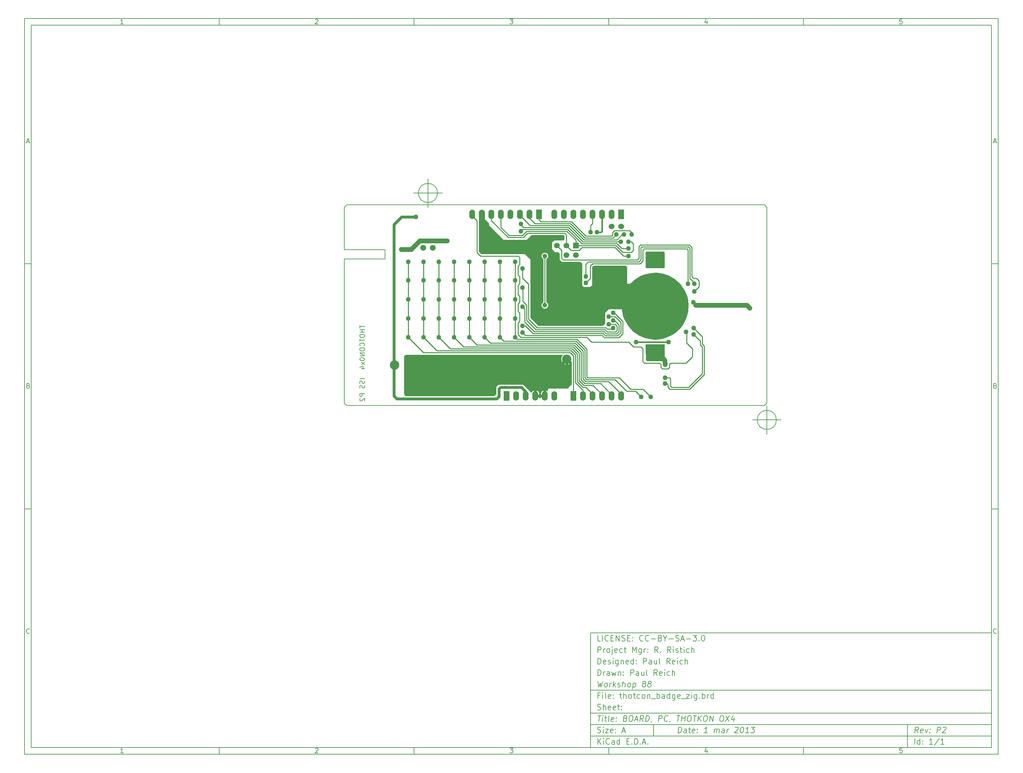
<source format=gbl>
G04 (created by PCBNEW (2012-11-15 BZR 3804)-stable) date Fri 01 Mar 2013 04:47:19 CST*
%MOIN*%
G04 Gerber Fmt 3.4, Leading zero omitted, Abs format*
%FSLAX34Y34*%
G01*
G70*
G90*
G04 APERTURE LIST*
%ADD10C,0.006*%
%ADD11C,0.007*%
%ADD12C,0.00590551*%
%ADD13R,0.2X0.1*%
%ADD14C,0.06*%
%ADD15R,0.045X0.045*%
%ADD16R,0.095X0.045*%
%ADD17R,0.045X0.095*%
%ADD18C,0.062*%
%ADD19R,0.06X0.1*%
%ADD20O,0.06X0.1*%
%ADD21R,0.06X0.06*%
%ADD22C,0.0985*%
%ADD23C,0.05*%
%ADD24C,0.015*%
%ADD25C,0.03*%
%ADD26C,0.01*%
%ADD27C,0.05*%
%ADD28C,0.025*%
%ADD29C,0.009*%
%ADD30C,0.005*%
G04 APERTURE END LIST*
G54D10*
X-38750Y36250D02*
X63250Y36250D01*
X63250Y-40750D01*
X-38750Y-40750D01*
X-38750Y36250D01*
X-38050Y35550D02*
X62550Y35550D01*
X62550Y-40050D01*
X-38050Y-40050D01*
X-38050Y35550D01*
X-18350Y36250D02*
X-18350Y35550D01*
X-28407Y35697D02*
X-28692Y35697D01*
X-28550Y35697D02*
X-28550Y36197D01*
X-28597Y36126D01*
X-28645Y36078D01*
X-28692Y36054D01*
X-18350Y-40750D02*
X-18350Y-40050D01*
X-28407Y-40602D02*
X-28692Y-40602D01*
X-28550Y-40602D02*
X-28550Y-40102D01*
X-28597Y-40173D01*
X-28645Y-40221D01*
X-28692Y-40245D01*
X2050Y36250D02*
X2050Y35550D01*
X-8292Y36150D02*
X-8269Y36173D01*
X-8221Y36197D01*
X-8102Y36197D01*
X-8054Y36173D01*
X-8030Y36150D01*
X-8007Y36102D01*
X-8007Y36054D01*
X-8030Y35983D01*
X-8316Y35697D01*
X-8007Y35697D01*
X2050Y-40750D02*
X2050Y-40050D01*
X-8292Y-40150D02*
X-8269Y-40126D01*
X-8221Y-40102D01*
X-8102Y-40102D01*
X-8054Y-40126D01*
X-8030Y-40150D01*
X-8007Y-40197D01*
X-8007Y-40245D01*
X-8030Y-40316D01*
X-8316Y-40602D01*
X-8007Y-40602D01*
X22450Y36250D02*
X22450Y35550D01*
X12083Y36197D02*
X12392Y36197D01*
X12226Y36007D01*
X12297Y36007D01*
X12345Y35983D01*
X12369Y35959D01*
X12392Y35911D01*
X12392Y35792D01*
X12369Y35745D01*
X12345Y35721D01*
X12297Y35697D01*
X12154Y35697D01*
X12107Y35721D01*
X12083Y35745D01*
X22450Y-40750D02*
X22450Y-40050D01*
X12083Y-40102D02*
X12392Y-40102D01*
X12226Y-40292D01*
X12297Y-40292D01*
X12345Y-40316D01*
X12369Y-40340D01*
X12392Y-40388D01*
X12392Y-40507D01*
X12369Y-40554D01*
X12345Y-40578D01*
X12297Y-40602D01*
X12154Y-40602D01*
X12107Y-40578D01*
X12083Y-40554D01*
X42850Y36250D02*
X42850Y35550D01*
X32745Y36030D02*
X32745Y35697D01*
X32626Y36221D02*
X32507Y35864D01*
X32816Y35864D01*
X42850Y-40750D02*
X42850Y-40050D01*
X32745Y-40269D02*
X32745Y-40602D01*
X32626Y-40078D02*
X32507Y-40435D01*
X32816Y-40435D01*
X53169Y36197D02*
X52930Y36197D01*
X52907Y35959D01*
X52930Y35983D01*
X52978Y36007D01*
X53097Y36007D01*
X53145Y35983D01*
X53169Y35959D01*
X53192Y35911D01*
X53192Y35792D01*
X53169Y35745D01*
X53145Y35721D01*
X53097Y35697D01*
X52978Y35697D01*
X52930Y35721D01*
X52907Y35745D01*
X53169Y-40102D02*
X52930Y-40102D01*
X52907Y-40340D01*
X52930Y-40316D01*
X52978Y-40292D01*
X53097Y-40292D01*
X53145Y-40316D01*
X53169Y-40340D01*
X53192Y-40388D01*
X53192Y-40507D01*
X53169Y-40554D01*
X53145Y-40578D01*
X53097Y-40602D01*
X52978Y-40602D01*
X52930Y-40578D01*
X52907Y-40554D01*
X-38750Y10590D02*
X-38050Y10590D01*
X-38519Y23360D02*
X-38280Y23360D01*
X-38566Y23217D02*
X-38399Y23717D01*
X-38233Y23217D01*
X63250Y10590D02*
X62550Y10590D01*
X62780Y23360D02*
X63019Y23360D01*
X62733Y23217D02*
X62900Y23717D01*
X63066Y23217D01*
X-38750Y-15070D02*
X-38050Y-15070D01*
X-38364Y-2180D02*
X-38292Y-2204D01*
X-38269Y-2228D01*
X-38245Y-2275D01*
X-38245Y-2347D01*
X-38269Y-2394D01*
X-38292Y-2418D01*
X-38340Y-2442D01*
X-38530Y-2442D01*
X-38530Y-1942D01*
X-38364Y-1942D01*
X-38316Y-1966D01*
X-38292Y-1990D01*
X-38269Y-2037D01*
X-38269Y-2085D01*
X-38292Y-2132D01*
X-38316Y-2156D01*
X-38364Y-2180D01*
X-38530Y-2180D01*
X63250Y-15070D02*
X62550Y-15070D01*
X62935Y-2180D02*
X63007Y-2204D01*
X63030Y-2228D01*
X63054Y-2275D01*
X63054Y-2347D01*
X63030Y-2394D01*
X63007Y-2418D01*
X62959Y-2442D01*
X62769Y-2442D01*
X62769Y-1942D01*
X62935Y-1942D01*
X62983Y-1966D01*
X63007Y-1990D01*
X63030Y-2037D01*
X63030Y-2085D01*
X63007Y-2132D01*
X62983Y-2156D01*
X62935Y-2180D01*
X62769Y-2180D01*
X-38245Y-28054D02*
X-38269Y-28078D01*
X-38340Y-28102D01*
X-38388Y-28102D01*
X-38459Y-28078D01*
X-38507Y-28030D01*
X-38530Y-27983D01*
X-38554Y-27888D01*
X-38554Y-27816D01*
X-38530Y-27721D01*
X-38507Y-27673D01*
X-38459Y-27626D01*
X-38388Y-27602D01*
X-38340Y-27602D01*
X-38269Y-27626D01*
X-38245Y-27650D01*
X63054Y-28054D02*
X63030Y-28078D01*
X62959Y-28102D01*
X62911Y-28102D01*
X62840Y-28078D01*
X62792Y-28030D01*
X62769Y-27983D01*
X62745Y-27888D01*
X62745Y-27816D01*
X62769Y-27721D01*
X62792Y-27673D01*
X62840Y-27626D01*
X62911Y-27602D01*
X62959Y-27602D01*
X63030Y-27626D01*
X63054Y-27650D01*
X29700Y-38492D02*
X29775Y-37892D01*
X29917Y-37892D01*
X30000Y-37921D01*
X30050Y-37978D01*
X30071Y-38035D01*
X30085Y-38150D01*
X30075Y-38235D01*
X30032Y-38350D01*
X29996Y-38407D01*
X29932Y-38464D01*
X29842Y-38492D01*
X29700Y-38492D01*
X30557Y-38492D02*
X30596Y-38178D01*
X30575Y-38121D01*
X30521Y-38092D01*
X30407Y-38092D01*
X30346Y-38121D01*
X30560Y-38464D02*
X30500Y-38492D01*
X30357Y-38492D01*
X30303Y-38464D01*
X30282Y-38407D01*
X30289Y-38350D01*
X30325Y-38292D01*
X30385Y-38264D01*
X30528Y-38264D01*
X30589Y-38235D01*
X30807Y-38092D02*
X31035Y-38092D01*
X30917Y-37892D02*
X30853Y-38407D01*
X30875Y-38464D01*
X30928Y-38492D01*
X30985Y-38492D01*
X31417Y-38464D02*
X31357Y-38492D01*
X31242Y-38492D01*
X31189Y-38464D01*
X31167Y-38407D01*
X31196Y-38178D01*
X31232Y-38121D01*
X31292Y-38092D01*
X31407Y-38092D01*
X31460Y-38121D01*
X31482Y-38178D01*
X31475Y-38235D01*
X31182Y-38292D01*
X31707Y-38435D02*
X31732Y-38464D01*
X31700Y-38492D01*
X31675Y-38464D01*
X31707Y-38435D01*
X31700Y-38492D01*
X31746Y-38121D02*
X31771Y-38150D01*
X31739Y-38178D01*
X31714Y-38150D01*
X31746Y-38121D01*
X31739Y-38178D01*
X32757Y-38492D02*
X32414Y-38492D01*
X32585Y-38492D02*
X32660Y-37892D01*
X32592Y-37978D01*
X32528Y-38035D01*
X32467Y-38064D01*
X33471Y-38492D02*
X33521Y-38092D01*
X33514Y-38150D02*
X33546Y-38121D01*
X33607Y-38092D01*
X33692Y-38092D01*
X33746Y-38121D01*
X33767Y-38178D01*
X33728Y-38492D01*
X33767Y-38178D02*
X33803Y-38121D01*
X33864Y-38092D01*
X33950Y-38092D01*
X34003Y-38121D01*
X34025Y-38178D01*
X33985Y-38492D01*
X34528Y-38492D02*
X34567Y-38178D01*
X34546Y-38121D01*
X34492Y-38092D01*
X34378Y-38092D01*
X34317Y-38121D01*
X34532Y-38464D02*
X34471Y-38492D01*
X34328Y-38492D01*
X34275Y-38464D01*
X34253Y-38407D01*
X34260Y-38350D01*
X34296Y-38292D01*
X34357Y-38264D01*
X34500Y-38264D01*
X34560Y-38235D01*
X34814Y-38492D02*
X34864Y-38092D01*
X34850Y-38207D02*
X34885Y-38150D01*
X34917Y-38121D01*
X34978Y-38092D01*
X35035Y-38092D01*
X35682Y-37950D02*
X35714Y-37921D01*
X35775Y-37892D01*
X35917Y-37892D01*
X35971Y-37921D01*
X35996Y-37950D01*
X36017Y-38007D01*
X36010Y-38064D01*
X35971Y-38150D01*
X35585Y-38492D01*
X35957Y-38492D01*
X36403Y-37892D02*
X36460Y-37892D01*
X36514Y-37921D01*
X36539Y-37950D01*
X36560Y-38007D01*
X36575Y-38121D01*
X36557Y-38264D01*
X36514Y-38378D01*
X36478Y-38435D01*
X36446Y-38464D01*
X36385Y-38492D01*
X36328Y-38492D01*
X36275Y-38464D01*
X36250Y-38435D01*
X36228Y-38378D01*
X36214Y-38264D01*
X36232Y-38121D01*
X36275Y-38007D01*
X36310Y-37950D01*
X36342Y-37921D01*
X36403Y-37892D01*
X37100Y-38492D02*
X36757Y-38492D01*
X36928Y-38492D02*
X37003Y-37892D01*
X36935Y-37978D01*
X36871Y-38035D01*
X36810Y-38064D01*
X37375Y-37892D02*
X37746Y-37892D01*
X37517Y-38121D01*
X37603Y-38121D01*
X37657Y-38150D01*
X37682Y-38178D01*
X37703Y-38235D01*
X37685Y-38378D01*
X37650Y-38435D01*
X37617Y-38464D01*
X37557Y-38492D01*
X37385Y-38492D01*
X37332Y-38464D01*
X37307Y-38435D01*
X21292Y-39692D02*
X21292Y-39092D01*
X21635Y-39692D02*
X21378Y-39350D01*
X21635Y-39092D02*
X21292Y-39435D01*
X21892Y-39692D02*
X21892Y-39292D01*
X21892Y-39092D02*
X21864Y-39121D01*
X21892Y-39150D01*
X21921Y-39121D01*
X21892Y-39092D01*
X21892Y-39150D01*
X22521Y-39635D02*
X22492Y-39664D01*
X22407Y-39692D01*
X22350Y-39692D01*
X22264Y-39664D01*
X22207Y-39607D01*
X22178Y-39550D01*
X22150Y-39435D01*
X22150Y-39350D01*
X22178Y-39235D01*
X22207Y-39178D01*
X22264Y-39121D01*
X22350Y-39092D01*
X22407Y-39092D01*
X22492Y-39121D01*
X22521Y-39150D01*
X23035Y-39692D02*
X23035Y-39378D01*
X23007Y-39321D01*
X22950Y-39292D01*
X22835Y-39292D01*
X22778Y-39321D01*
X23035Y-39664D02*
X22978Y-39692D01*
X22835Y-39692D01*
X22778Y-39664D01*
X22750Y-39607D01*
X22750Y-39550D01*
X22778Y-39492D01*
X22835Y-39464D01*
X22978Y-39464D01*
X23035Y-39435D01*
X23578Y-39692D02*
X23578Y-39092D01*
X23578Y-39664D02*
X23521Y-39692D01*
X23407Y-39692D01*
X23350Y-39664D01*
X23321Y-39635D01*
X23292Y-39578D01*
X23292Y-39407D01*
X23321Y-39350D01*
X23350Y-39321D01*
X23407Y-39292D01*
X23521Y-39292D01*
X23578Y-39321D01*
X24321Y-39378D02*
X24521Y-39378D01*
X24607Y-39692D02*
X24321Y-39692D01*
X24321Y-39092D01*
X24607Y-39092D01*
X24864Y-39635D02*
X24892Y-39664D01*
X24864Y-39692D01*
X24835Y-39664D01*
X24864Y-39635D01*
X24864Y-39692D01*
X25149Y-39692D02*
X25149Y-39092D01*
X25292Y-39092D01*
X25378Y-39121D01*
X25435Y-39178D01*
X25464Y-39235D01*
X25492Y-39350D01*
X25492Y-39435D01*
X25464Y-39550D01*
X25435Y-39607D01*
X25378Y-39664D01*
X25292Y-39692D01*
X25149Y-39692D01*
X25749Y-39635D02*
X25778Y-39664D01*
X25749Y-39692D01*
X25721Y-39664D01*
X25749Y-39635D01*
X25749Y-39692D01*
X26007Y-39521D02*
X26292Y-39521D01*
X25949Y-39692D02*
X26149Y-39092D01*
X26349Y-39692D01*
X26549Y-39635D02*
X26578Y-39664D01*
X26549Y-39692D01*
X26521Y-39664D01*
X26549Y-39635D01*
X26549Y-39692D01*
X54842Y-38492D02*
X54678Y-38207D01*
X54500Y-38492D02*
X54575Y-37892D01*
X54803Y-37892D01*
X54857Y-37921D01*
X54882Y-37950D01*
X54903Y-38007D01*
X54892Y-38092D01*
X54857Y-38150D01*
X54825Y-38178D01*
X54764Y-38207D01*
X54535Y-38207D01*
X55332Y-38464D02*
X55271Y-38492D01*
X55157Y-38492D01*
X55103Y-38464D01*
X55082Y-38407D01*
X55110Y-38178D01*
X55146Y-38121D01*
X55207Y-38092D01*
X55321Y-38092D01*
X55375Y-38121D01*
X55396Y-38178D01*
X55389Y-38235D01*
X55096Y-38292D01*
X55607Y-38092D02*
X55700Y-38492D01*
X55892Y-38092D01*
X56078Y-38435D02*
X56103Y-38464D01*
X56071Y-38492D01*
X56046Y-38464D01*
X56078Y-38435D01*
X56071Y-38492D01*
X56117Y-38121D02*
X56142Y-38150D01*
X56110Y-38178D01*
X56085Y-38150D01*
X56117Y-38121D01*
X56110Y-38178D01*
X56814Y-38492D02*
X56889Y-37892D01*
X57117Y-37892D01*
X57171Y-37921D01*
X57196Y-37950D01*
X57217Y-38007D01*
X57207Y-38092D01*
X57171Y-38150D01*
X57139Y-38178D01*
X57078Y-38207D01*
X56850Y-38207D01*
X57453Y-37950D02*
X57485Y-37921D01*
X57546Y-37892D01*
X57689Y-37892D01*
X57742Y-37921D01*
X57767Y-37950D01*
X57789Y-38007D01*
X57782Y-38064D01*
X57742Y-38150D01*
X57357Y-38492D01*
X57728Y-38492D01*
X21264Y-38464D02*
X21350Y-38492D01*
X21492Y-38492D01*
X21550Y-38464D01*
X21578Y-38435D01*
X21607Y-38378D01*
X21607Y-38321D01*
X21578Y-38264D01*
X21550Y-38235D01*
X21492Y-38207D01*
X21378Y-38178D01*
X21321Y-38150D01*
X21292Y-38121D01*
X21264Y-38064D01*
X21264Y-38007D01*
X21292Y-37950D01*
X21321Y-37921D01*
X21378Y-37892D01*
X21521Y-37892D01*
X21607Y-37921D01*
X21864Y-38492D02*
X21864Y-38092D01*
X21864Y-37892D02*
X21835Y-37921D01*
X21864Y-37950D01*
X21892Y-37921D01*
X21864Y-37892D01*
X21864Y-37950D01*
X22092Y-38092D02*
X22407Y-38092D01*
X22092Y-38492D01*
X22407Y-38492D01*
X22864Y-38464D02*
X22807Y-38492D01*
X22692Y-38492D01*
X22635Y-38464D01*
X22607Y-38407D01*
X22607Y-38178D01*
X22635Y-38121D01*
X22692Y-38092D01*
X22807Y-38092D01*
X22864Y-38121D01*
X22892Y-38178D01*
X22892Y-38235D01*
X22607Y-38292D01*
X23150Y-38435D02*
X23178Y-38464D01*
X23150Y-38492D01*
X23121Y-38464D01*
X23150Y-38435D01*
X23150Y-38492D01*
X23150Y-38121D02*
X23178Y-38150D01*
X23150Y-38178D01*
X23121Y-38150D01*
X23150Y-38121D01*
X23150Y-38178D01*
X23864Y-38321D02*
X24150Y-38321D01*
X23807Y-38492D02*
X24007Y-37892D01*
X24207Y-38492D01*
X54492Y-39692D02*
X54492Y-39092D01*
X55035Y-39692D02*
X55035Y-39092D01*
X55035Y-39664D02*
X54978Y-39692D01*
X54864Y-39692D01*
X54807Y-39664D01*
X54778Y-39635D01*
X54750Y-39578D01*
X54750Y-39407D01*
X54778Y-39350D01*
X54807Y-39321D01*
X54864Y-39292D01*
X54978Y-39292D01*
X55035Y-39321D01*
X55321Y-39635D02*
X55350Y-39664D01*
X55321Y-39692D01*
X55292Y-39664D01*
X55321Y-39635D01*
X55321Y-39692D01*
X55321Y-39321D02*
X55350Y-39350D01*
X55321Y-39378D01*
X55292Y-39350D01*
X55321Y-39321D01*
X55321Y-39378D01*
X56378Y-39692D02*
X56035Y-39692D01*
X56207Y-39692D02*
X56207Y-39092D01*
X56149Y-39178D01*
X56092Y-39235D01*
X56035Y-39264D01*
X57064Y-39064D02*
X56550Y-39835D01*
X57578Y-39692D02*
X57235Y-39692D01*
X57407Y-39692D02*
X57407Y-39092D01*
X57349Y-39178D01*
X57292Y-39235D01*
X57235Y-39264D01*
X21289Y-36692D02*
X21632Y-36692D01*
X21385Y-37292D02*
X21460Y-36692D01*
X21757Y-37292D02*
X21807Y-36892D01*
X21832Y-36692D02*
X21800Y-36721D01*
X21825Y-36750D01*
X21857Y-36721D01*
X21832Y-36692D01*
X21825Y-36750D01*
X22007Y-36892D02*
X22235Y-36892D01*
X22117Y-36692D02*
X22053Y-37207D01*
X22075Y-37264D01*
X22128Y-37292D01*
X22185Y-37292D01*
X22471Y-37292D02*
X22417Y-37264D01*
X22396Y-37207D01*
X22460Y-36692D01*
X22932Y-37264D02*
X22871Y-37292D01*
X22757Y-37292D01*
X22703Y-37264D01*
X22682Y-37207D01*
X22710Y-36978D01*
X22746Y-36921D01*
X22807Y-36892D01*
X22921Y-36892D01*
X22975Y-36921D01*
X22996Y-36978D01*
X22989Y-37035D01*
X22696Y-37092D01*
X23221Y-37235D02*
X23246Y-37264D01*
X23214Y-37292D01*
X23189Y-37264D01*
X23221Y-37235D01*
X23214Y-37292D01*
X23260Y-36921D02*
X23285Y-36950D01*
X23253Y-36978D01*
X23228Y-36950D01*
X23260Y-36921D01*
X23253Y-36978D01*
X24196Y-36978D02*
X24278Y-37007D01*
X24303Y-37035D01*
X24325Y-37092D01*
X24314Y-37178D01*
X24278Y-37235D01*
X24246Y-37264D01*
X24185Y-37292D01*
X23957Y-37292D01*
X24032Y-36692D01*
X24232Y-36692D01*
X24285Y-36721D01*
X24310Y-36750D01*
X24332Y-36807D01*
X24325Y-36864D01*
X24289Y-36921D01*
X24257Y-36950D01*
X24196Y-36978D01*
X23996Y-36978D01*
X24746Y-36692D02*
X24860Y-36692D01*
X24914Y-36721D01*
X24964Y-36778D01*
X24978Y-36892D01*
X24953Y-37092D01*
X24910Y-37207D01*
X24846Y-37264D01*
X24785Y-37292D01*
X24671Y-37292D01*
X24617Y-37264D01*
X24567Y-37207D01*
X24553Y-37092D01*
X24578Y-36892D01*
X24621Y-36778D01*
X24685Y-36721D01*
X24746Y-36692D01*
X25178Y-37121D02*
X25464Y-37121D01*
X25100Y-37292D02*
X25375Y-36692D01*
X25500Y-37292D01*
X26042Y-37292D02*
X25878Y-37007D01*
X25700Y-37292D02*
X25775Y-36692D01*
X26003Y-36692D01*
X26057Y-36721D01*
X26082Y-36750D01*
X26103Y-36807D01*
X26092Y-36892D01*
X26057Y-36950D01*
X26025Y-36978D01*
X25964Y-37007D01*
X25735Y-37007D01*
X26300Y-37292D02*
X26375Y-36692D01*
X26517Y-36692D01*
X26600Y-36721D01*
X26650Y-36778D01*
X26671Y-36835D01*
X26685Y-36950D01*
X26675Y-37035D01*
X26632Y-37150D01*
X26596Y-37207D01*
X26532Y-37264D01*
X26442Y-37292D01*
X26300Y-37292D01*
X26932Y-37264D02*
X26928Y-37292D01*
X26892Y-37350D01*
X26860Y-37378D01*
X27642Y-37292D02*
X27717Y-36692D01*
X27946Y-36692D01*
X27999Y-36721D01*
X28025Y-36750D01*
X28046Y-36807D01*
X28035Y-36892D01*
X28000Y-36950D01*
X27967Y-36978D01*
X27907Y-37007D01*
X27678Y-37007D01*
X28592Y-37235D02*
X28560Y-37264D01*
X28471Y-37292D01*
X28414Y-37292D01*
X28332Y-37264D01*
X28282Y-37207D01*
X28260Y-37150D01*
X28246Y-37035D01*
X28257Y-36950D01*
X28300Y-36835D01*
X28335Y-36778D01*
X28399Y-36721D01*
X28489Y-36692D01*
X28546Y-36692D01*
X28628Y-36721D01*
X28653Y-36750D01*
X28875Y-37264D02*
X28871Y-37292D01*
X28835Y-37350D01*
X28803Y-37378D01*
X29575Y-36692D02*
X29917Y-36692D01*
X29671Y-37292D02*
X29746Y-36692D01*
X30042Y-37292D02*
X30117Y-36692D01*
X30082Y-36978D02*
X30425Y-36978D01*
X30385Y-37292D02*
X30460Y-36692D01*
X30860Y-36692D02*
X30975Y-36692D01*
X31028Y-36721D01*
X31078Y-36778D01*
X31092Y-36892D01*
X31067Y-37092D01*
X31024Y-37207D01*
X30960Y-37264D01*
X30900Y-37292D01*
X30785Y-37292D01*
X30732Y-37264D01*
X30682Y-37207D01*
X30667Y-37092D01*
X30692Y-36892D01*
X30735Y-36778D01*
X30799Y-36721D01*
X30860Y-36692D01*
X31289Y-36692D02*
X31632Y-36692D01*
X31385Y-37292D02*
X31460Y-36692D01*
X31757Y-37292D02*
X31832Y-36692D01*
X32099Y-37292D02*
X31885Y-36950D01*
X32174Y-36692D02*
X31789Y-37035D01*
X32546Y-36692D02*
X32660Y-36692D01*
X32714Y-36721D01*
X32764Y-36778D01*
X32778Y-36892D01*
X32753Y-37092D01*
X32710Y-37207D01*
X32646Y-37264D01*
X32585Y-37292D01*
X32471Y-37292D01*
X32417Y-37264D01*
X32367Y-37207D01*
X32353Y-37092D01*
X32378Y-36892D01*
X32421Y-36778D01*
X32485Y-36721D01*
X32546Y-36692D01*
X32985Y-37292D02*
X33060Y-36692D01*
X33328Y-37292D01*
X33403Y-36692D01*
X34260Y-36692D02*
X34374Y-36692D01*
X34428Y-36721D01*
X34478Y-36778D01*
X34492Y-36892D01*
X34467Y-37092D01*
X34424Y-37207D01*
X34360Y-37264D01*
X34299Y-37292D01*
X34185Y-37292D01*
X34132Y-37264D01*
X34082Y-37207D01*
X34067Y-37092D01*
X34092Y-36892D01*
X34135Y-36778D01*
X34199Y-36721D01*
X34260Y-36692D01*
X34717Y-36692D02*
X35042Y-37292D01*
X35117Y-36692D02*
X34642Y-37292D01*
X35578Y-36892D02*
X35528Y-37292D01*
X35464Y-36664D02*
X35267Y-37092D01*
X35639Y-37092D01*
X21492Y-34578D02*
X21292Y-34578D01*
X21292Y-34892D02*
X21292Y-34292D01*
X21578Y-34292D01*
X21807Y-34892D02*
X21807Y-34492D01*
X21807Y-34292D02*
X21778Y-34321D01*
X21807Y-34350D01*
X21835Y-34321D01*
X21807Y-34292D01*
X21807Y-34350D01*
X22178Y-34892D02*
X22121Y-34864D01*
X22092Y-34807D01*
X22092Y-34292D01*
X22635Y-34864D02*
X22578Y-34892D01*
X22464Y-34892D01*
X22407Y-34864D01*
X22378Y-34807D01*
X22378Y-34578D01*
X22407Y-34521D01*
X22464Y-34492D01*
X22578Y-34492D01*
X22635Y-34521D01*
X22664Y-34578D01*
X22664Y-34635D01*
X22378Y-34692D01*
X22921Y-34835D02*
X22950Y-34864D01*
X22921Y-34892D01*
X22892Y-34864D01*
X22921Y-34835D01*
X22921Y-34892D01*
X22921Y-34521D02*
X22950Y-34550D01*
X22921Y-34578D01*
X22892Y-34550D01*
X22921Y-34521D01*
X22921Y-34578D01*
X23578Y-34492D02*
X23807Y-34492D01*
X23664Y-34292D02*
X23664Y-34807D01*
X23692Y-34864D01*
X23750Y-34892D01*
X23807Y-34892D01*
X24007Y-34892D02*
X24007Y-34292D01*
X24264Y-34892D02*
X24264Y-34578D01*
X24235Y-34521D01*
X24178Y-34492D01*
X24092Y-34492D01*
X24035Y-34521D01*
X24007Y-34550D01*
X24635Y-34892D02*
X24578Y-34864D01*
X24550Y-34835D01*
X24521Y-34778D01*
X24521Y-34607D01*
X24550Y-34550D01*
X24578Y-34521D01*
X24635Y-34492D01*
X24721Y-34492D01*
X24778Y-34521D01*
X24807Y-34550D01*
X24835Y-34607D01*
X24835Y-34778D01*
X24807Y-34835D01*
X24778Y-34864D01*
X24721Y-34892D01*
X24635Y-34892D01*
X25007Y-34492D02*
X25235Y-34492D01*
X25092Y-34292D02*
X25092Y-34807D01*
X25121Y-34864D01*
X25178Y-34892D01*
X25235Y-34892D01*
X25692Y-34864D02*
X25635Y-34892D01*
X25521Y-34892D01*
X25464Y-34864D01*
X25435Y-34835D01*
X25407Y-34778D01*
X25407Y-34607D01*
X25435Y-34550D01*
X25464Y-34521D01*
X25521Y-34492D01*
X25635Y-34492D01*
X25692Y-34521D01*
X26035Y-34892D02*
X25978Y-34864D01*
X25950Y-34835D01*
X25921Y-34778D01*
X25921Y-34607D01*
X25950Y-34550D01*
X25978Y-34521D01*
X26035Y-34492D01*
X26121Y-34492D01*
X26178Y-34521D01*
X26207Y-34550D01*
X26235Y-34607D01*
X26235Y-34778D01*
X26207Y-34835D01*
X26178Y-34864D01*
X26121Y-34892D01*
X26035Y-34892D01*
X26492Y-34492D02*
X26492Y-34892D01*
X26492Y-34550D02*
X26521Y-34521D01*
X26578Y-34492D01*
X26664Y-34492D01*
X26721Y-34521D01*
X26750Y-34578D01*
X26750Y-34892D01*
X26892Y-34950D02*
X27350Y-34950D01*
X27492Y-34892D02*
X27492Y-34292D01*
X27492Y-34521D02*
X27550Y-34492D01*
X27664Y-34492D01*
X27721Y-34521D01*
X27750Y-34550D01*
X27778Y-34607D01*
X27778Y-34778D01*
X27750Y-34835D01*
X27721Y-34864D01*
X27664Y-34892D01*
X27550Y-34892D01*
X27492Y-34864D01*
X28292Y-34892D02*
X28292Y-34578D01*
X28264Y-34521D01*
X28207Y-34492D01*
X28092Y-34492D01*
X28035Y-34521D01*
X28292Y-34864D02*
X28235Y-34892D01*
X28092Y-34892D01*
X28035Y-34864D01*
X28007Y-34807D01*
X28007Y-34750D01*
X28035Y-34692D01*
X28092Y-34664D01*
X28235Y-34664D01*
X28292Y-34635D01*
X28835Y-34892D02*
X28835Y-34292D01*
X28835Y-34864D02*
X28778Y-34892D01*
X28664Y-34892D01*
X28607Y-34864D01*
X28578Y-34835D01*
X28550Y-34778D01*
X28550Y-34607D01*
X28578Y-34550D01*
X28607Y-34521D01*
X28664Y-34492D01*
X28778Y-34492D01*
X28835Y-34521D01*
X29378Y-34492D02*
X29378Y-34978D01*
X29350Y-35035D01*
X29321Y-35064D01*
X29264Y-35092D01*
X29178Y-35092D01*
X29121Y-35064D01*
X29378Y-34864D02*
X29321Y-34892D01*
X29207Y-34892D01*
X29150Y-34864D01*
X29121Y-34835D01*
X29092Y-34778D01*
X29092Y-34607D01*
X29121Y-34550D01*
X29150Y-34521D01*
X29207Y-34492D01*
X29321Y-34492D01*
X29378Y-34521D01*
X29892Y-34864D02*
X29835Y-34892D01*
X29721Y-34892D01*
X29664Y-34864D01*
X29635Y-34807D01*
X29635Y-34578D01*
X29664Y-34521D01*
X29721Y-34492D01*
X29835Y-34492D01*
X29892Y-34521D01*
X29921Y-34578D01*
X29921Y-34635D01*
X29635Y-34692D01*
X30035Y-34950D02*
X30492Y-34950D01*
X30578Y-34492D02*
X30892Y-34492D01*
X30578Y-34892D01*
X30892Y-34892D01*
X31121Y-34892D02*
X31121Y-34492D01*
X31121Y-34292D02*
X31092Y-34321D01*
X31121Y-34350D01*
X31150Y-34321D01*
X31121Y-34292D01*
X31121Y-34350D01*
X31664Y-34492D02*
X31664Y-34978D01*
X31635Y-35035D01*
X31607Y-35064D01*
X31549Y-35092D01*
X31464Y-35092D01*
X31407Y-35064D01*
X31664Y-34864D02*
X31607Y-34892D01*
X31492Y-34892D01*
X31435Y-34864D01*
X31407Y-34835D01*
X31378Y-34778D01*
X31378Y-34607D01*
X31407Y-34550D01*
X31435Y-34521D01*
X31492Y-34492D01*
X31607Y-34492D01*
X31664Y-34521D01*
X31949Y-34835D02*
X31978Y-34864D01*
X31949Y-34892D01*
X31921Y-34864D01*
X31949Y-34835D01*
X31949Y-34892D01*
X32235Y-34892D02*
X32235Y-34292D01*
X32235Y-34521D02*
X32292Y-34492D01*
X32407Y-34492D01*
X32464Y-34521D01*
X32492Y-34550D01*
X32521Y-34607D01*
X32521Y-34778D01*
X32492Y-34835D01*
X32464Y-34864D01*
X32407Y-34892D01*
X32292Y-34892D01*
X32235Y-34864D01*
X32778Y-34892D02*
X32778Y-34492D01*
X32778Y-34607D02*
X32807Y-34550D01*
X32835Y-34521D01*
X32892Y-34492D01*
X32949Y-34492D01*
X33407Y-34892D02*
X33407Y-34292D01*
X33407Y-34864D02*
X33349Y-34892D01*
X33235Y-34892D01*
X33178Y-34864D01*
X33149Y-34835D01*
X33121Y-34778D01*
X33121Y-34607D01*
X33149Y-34550D01*
X33178Y-34521D01*
X33235Y-34492D01*
X33349Y-34492D01*
X33407Y-34521D01*
X21264Y-36064D02*
X21350Y-36092D01*
X21492Y-36092D01*
X21550Y-36064D01*
X21578Y-36035D01*
X21607Y-35978D01*
X21607Y-35921D01*
X21578Y-35864D01*
X21550Y-35835D01*
X21492Y-35807D01*
X21378Y-35778D01*
X21321Y-35750D01*
X21292Y-35721D01*
X21264Y-35664D01*
X21264Y-35607D01*
X21292Y-35550D01*
X21321Y-35521D01*
X21378Y-35492D01*
X21521Y-35492D01*
X21607Y-35521D01*
X21864Y-36092D02*
X21864Y-35492D01*
X22121Y-36092D02*
X22121Y-35778D01*
X22092Y-35721D01*
X22035Y-35692D01*
X21950Y-35692D01*
X21892Y-35721D01*
X21864Y-35750D01*
X22635Y-36064D02*
X22578Y-36092D01*
X22464Y-36092D01*
X22407Y-36064D01*
X22378Y-36007D01*
X22378Y-35778D01*
X22407Y-35721D01*
X22464Y-35692D01*
X22578Y-35692D01*
X22635Y-35721D01*
X22664Y-35778D01*
X22664Y-35835D01*
X22378Y-35892D01*
X23150Y-36064D02*
X23092Y-36092D01*
X22978Y-36092D01*
X22921Y-36064D01*
X22892Y-36007D01*
X22892Y-35778D01*
X22921Y-35721D01*
X22978Y-35692D01*
X23092Y-35692D01*
X23150Y-35721D01*
X23178Y-35778D01*
X23178Y-35835D01*
X22892Y-35892D01*
X23350Y-35692D02*
X23578Y-35692D01*
X23435Y-35492D02*
X23435Y-36007D01*
X23464Y-36064D01*
X23521Y-36092D01*
X23578Y-36092D01*
X23778Y-36035D02*
X23807Y-36064D01*
X23778Y-36092D01*
X23750Y-36064D01*
X23778Y-36035D01*
X23778Y-36092D01*
X23778Y-35721D02*
X23807Y-35750D01*
X23778Y-35778D01*
X23750Y-35750D01*
X23778Y-35721D01*
X23778Y-35778D01*
X21317Y-33092D02*
X21385Y-33692D01*
X21553Y-33264D01*
X21614Y-33692D01*
X21832Y-33092D01*
X22071Y-33692D02*
X22017Y-33664D01*
X21992Y-33635D01*
X21971Y-33578D01*
X21992Y-33407D01*
X22028Y-33350D01*
X22060Y-33321D01*
X22121Y-33292D01*
X22207Y-33292D01*
X22260Y-33321D01*
X22285Y-33350D01*
X22307Y-33407D01*
X22285Y-33578D01*
X22250Y-33635D01*
X22217Y-33664D01*
X22157Y-33692D01*
X22071Y-33692D01*
X22528Y-33692D02*
X22578Y-33292D01*
X22564Y-33407D02*
X22600Y-33350D01*
X22632Y-33321D01*
X22692Y-33292D01*
X22750Y-33292D01*
X22900Y-33692D02*
X22975Y-33092D01*
X22985Y-33464D02*
X23128Y-33692D01*
X23178Y-33292D02*
X22921Y-33521D01*
X23360Y-33664D02*
X23414Y-33692D01*
X23528Y-33692D01*
X23589Y-33664D01*
X23625Y-33607D01*
X23628Y-33578D01*
X23607Y-33521D01*
X23553Y-33492D01*
X23467Y-33492D01*
X23414Y-33464D01*
X23392Y-33407D01*
X23396Y-33378D01*
X23432Y-33321D01*
X23492Y-33292D01*
X23578Y-33292D01*
X23632Y-33321D01*
X23871Y-33692D02*
X23946Y-33092D01*
X24128Y-33692D02*
X24167Y-33378D01*
X24146Y-33321D01*
X24092Y-33292D01*
X24007Y-33292D01*
X23946Y-33321D01*
X23914Y-33350D01*
X24499Y-33692D02*
X24446Y-33664D01*
X24421Y-33635D01*
X24400Y-33578D01*
X24421Y-33407D01*
X24457Y-33350D01*
X24489Y-33321D01*
X24549Y-33292D01*
X24635Y-33292D01*
X24689Y-33321D01*
X24714Y-33350D01*
X24735Y-33407D01*
X24714Y-33578D01*
X24678Y-33635D01*
X24646Y-33664D01*
X24585Y-33692D01*
X24499Y-33692D01*
X25007Y-33292D02*
X24932Y-33892D01*
X25003Y-33321D02*
X25064Y-33292D01*
X25178Y-33292D01*
X25232Y-33321D01*
X25257Y-33350D01*
X25278Y-33407D01*
X25257Y-33578D01*
X25221Y-33635D01*
X25189Y-33664D01*
X25128Y-33692D01*
X25014Y-33692D01*
X24960Y-33664D01*
X26085Y-33350D02*
X26032Y-33321D01*
X26007Y-33292D01*
X25985Y-33235D01*
X25989Y-33207D01*
X26024Y-33150D01*
X26057Y-33121D01*
X26117Y-33092D01*
X26232Y-33092D01*
X26285Y-33121D01*
X26310Y-33150D01*
X26332Y-33207D01*
X26328Y-33235D01*
X26292Y-33292D01*
X26260Y-33321D01*
X26199Y-33350D01*
X26085Y-33350D01*
X26025Y-33378D01*
X25992Y-33407D01*
X25957Y-33464D01*
X25942Y-33578D01*
X25964Y-33635D01*
X25989Y-33664D01*
X26042Y-33692D01*
X26157Y-33692D01*
X26217Y-33664D01*
X26249Y-33635D01*
X26285Y-33578D01*
X26299Y-33464D01*
X26278Y-33407D01*
X26253Y-33378D01*
X26199Y-33350D01*
X26657Y-33350D02*
X26603Y-33321D01*
X26578Y-33292D01*
X26557Y-33235D01*
X26560Y-33207D01*
X26596Y-33150D01*
X26628Y-33121D01*
X26689Y-33092D01*
X26803Y-33092D01*
X26857Y-33121D01*
X26882Y-33150D01*
X26903Y-33207D01*
X26900Y-33235D01*
X26864Y-33292D01*
X26832Y-33321D01*
X26771Y-33350D01*
X26657Y-33350D01*
X26596Y-33378D01*
X26564Y-33407D01*
X26528Y-33464D01*
X26514Y-33578D01*
X26535Y-33635D01*
X26560Y-33664D01*
X26614Y-33692D01*
X26728Y-33692D01*
X26789Y-33664D01*
X26821Y-33635D01*
X26857Y-33578D01*
X26871Y-33464D01*
X26849Y-33407D01*
X26825Y-33378D01*
X26771Y-33350D01*
X21292Y-32492D02*
X21292Y-31892D01*
X21435Y-31892D01*
X21521Y-31921D01*
X21578Y-31978D01*
X21607Y-32035D01*
X21635Y-32150D01*
X21635Y-32235D01*
X21607Y-32350D01*
X21578Y-32407D01*
X21521Y-32464D01*
X21435Y-32492D01*
X21292Y-32492D01*
X21892Y-32492D02*
X21892Y-32092D01*
X21892Y-32207D02*
X21921Y-32150D01*
X21950Y-32121D01*
X22007Y-32092D01*
X22064Y-32092D01*
X22521Y-32492D02*
X22521Y-32178D01*
X22492Y-32121D01*
X22435Y-32092D01*
X22321Y-32092D01*
X22264Y-32121D01*
X22521Y-32464D02*
X22464Y-32492D01*
X22321Y-32492D01*
X22264Y-32464D01*
X22235Y-32407D01*
X22235Y-32350D01*
X22264Y-32292D01*
X22321Y-32264D01*
X22464Y-32264D01*
X22521Y-32235D01*
X22750Y-32092D02*
X22864Y-32492D01*
X22978Y-32207D01*
X23092Y-32492D01*
X23207Y-32092D01*
X23435Y-32092D02*
X23435Y-32492D01*
X23435Y-32150D02*
X23464Y-32121D01*
X23521Y-32092D01*
X23607Y-32092D01*
X23664Y-32121D01*
X23692Y-32178D01*
X23692Y-32492D01*
X23978Y-32435D02*
X24007Y-32464D01*
X23978Y-32492D01*
X23950Y-32464D01*
X23978Y-32435D01*
X23978Y-32492D01*
X23978Y-32121D02*
X24007Y-32150D01*
X23978Y-32178D01*
X23950Y-32150D01*
X23978Y-32121D01*
X23978Y-32178D01*
X24721Y-32492D02*
X24721Y-31892D01*
X24950Y-31892D01*
X25007Y-31921D01*
X25035Y-31950D01*
X25064Y-32007D01*
X25064Y-32092D01*
X25035Y-32150D01*
X25007Y-32178D01*
X24950Y-32207D01*
X24721Y-32207D01*
X25578Y-32492D02*
X25578Y-32178D01*
X25550Y-32121D01*
X25492Y-32092D01*
X25378Y-32092D01*
X25321Y-32121D01*
X25578Y-32464D02*
X25521Y-32492D01*
X25378Y-32492D01*
X25321Y-32464D01*
X25292Y-32407D01*
X25292Y-32350D01*
X25321Y-32292D01*
X25378Y-32264D01*
X25521Y-32264D01*
X25578Y-32235D01*
X26121Y-32092D02*
X26121Y-32492D01*
X25864Y-32092D02*
X25864Y-32407D01*
X25892Y-32464D01*
X25949Y-32492D01*
X26035Y-32492D01*
X26092Y-32464D01*
X26121Y-32435D01*
X26492Y-32492D02*
X26435Y-32464D01*
X26407Y-32407D01*
X26407Y-31892D01*
X27521Y-32492D02*
X27321Y-32207D01*
X27178Y-32492D02*
X27178Y-31892D01*
X27407Y-31892D01*
X27464Y-31921D01*
X27492Y-31950D01*
X27521Y-32007D01*
X27521Y-32092D01*
X27492Y-32150D01*
X27464Y-32178D01*
X27407Y-32207D01*
X27178Y-32207D01*
X28007Y-32464D02*
X27950Y-32492D01*
X27835Y-32492D01*
X27778Y-32464D01*
X27750Y-32407D01*
X27750Y-32178D01*
X27778Y-32121D01*
X27835Y-32092D01*
X27950Y-32092D01*
X28007Y-32121D01*
X28035Y-32178D01*
X28035Y-32235D01*
X27750Y-32292D01*
X28292Y-32492D02*
X28292Y-32092D01*
X28292Y-31892D02*
X28264Y-31921D01*
X28292Y-31950D01*
X28321Y-31921D01*
X28292Y-31892D01*
X28292Y-31950D01*
X28835Y-32464D02*
X28778Y-32492D01*
X28664Y-32492D01*
X28607Y-32464D01*
X28578Y-32435D01*
X28550Y-32378D01*
X28550Y-32207D01*
X28578Y-32150D01*
X28607Y-32121D01*
X28664Y-32092D01*
X28778Y-32092D01*
X28835Y-32121D01*
X29092Y-32492D02*
X29092Y-31892D01*
X29350Y-32492D02*
X29350Y-32178D01*
X29321Y-32121D01*
X29264Y-32092D01*
X29178Y-32092D01*
X29121Y-32121D01*
X29092Y-32150D01*
X21292Y-31292D02*
X21292Y-30692D01*
X21435Y-30692D01*
X21521Y-30721D01*
X21578Y-30778D01*
X21607Y-30835D01*
X21635Y-30950D01*
X21635Y-31035D01*
X21607Y-31150D01*
X21578Y-31207D01*
X21521Y-31264D01*
X21435Y-31292D01*
X21292Y-31292D01*
X22121Y-31264D02*
X22064Y-31292D01*
X21950Y-31292D01*
X21892Y-31264D01*
X21864Y-31207D01*
X21864Y-30978D01*
X21892Y-30921D01*
X21950Y-30892D01*
X22064Y-30892D01*
X22121Y-30921D01*
X22150Y-30978D01*
X22150Y-31035D01*
X21864Y-31092D01*
X22378Y-31264D02*
X22435Y-31292D01*
X22550Y-31292D01*
X22607Y-31264D01*
X22635Y-31207D01*
X22635Y-31178D01*
X22607Y-31121D01*
X22550Y-31092D01*
X22464Y-31092D01*
X22407Y-31064D01*
X22378Y-31007D01*
X22378Y-30978D01*
X22407Y-30921D01*
X22464Y-30892D01*
X22550Y-30892D01*
X22607Y-30921D01*
X22892Y-31292D02*
X22892Y-30892D01*
X22892Y-30692D02*
X22864Y-30721D01*
X22892Y-30750D01*
X22921Y-30721D01*
X22892Y-30692D01*
X22892Y-30750D01*
X23435Y-30892D02*
X23435Y-31378D01*
X23407Y-31435D01*
X23378Y-31464D01*
X23321Y-31492D01*
X23235Y-31492D01*
X23178Y-31464D01*
X23435Y-31264D02*
X23378Y-31292D01*
X23264Y-31292D01*
X23207Y-31264D01*
X23178Y-31235D01*
X23150Y-31178D01*
X23150Y-31007D01*
X23178Y-30950D01*
X23207Y-30921D01*
X23264Y-30892D01*
X23378Y-30892D01*
X23435Y-30921D01*
X23721Y-30892D02*
X23721Y-31292D01*
X23721Y-30950D02*
X23750Y-30921D01*
X23807Y-30892D01*
X23892Y-30892D01*
X23950Y-30921D01*
X23978Y-30978D01*
X23978Y-31292D01*
X24492Y-31264D02*
X24435Y-31292D01*
X24321Y-31292D01*
X24264Y-31264D01*
X24235Y-31207D01*
X24235Y-30978D01*
X24264Y-30921D01*
X24321Y-30892D01*
X24435Y-30892D01*
X24492Y-30921D01*
X24521Y-30978D01*
X24521Y-31035D01*
X24235Y-31092D01*
X25035Y-31292D02*
X25035Y-30692D01*
X25035Y-31264D02*
X24978Y-31292D01*
X24864Y-31292D01*
X24807Y-31264D01*
X24778Y-31235D01*
X24750Y-31178D01*
X24750Y-31007D01*
X24778Y-30950D01*
X24807Y-30921D01*
X24864Y-30892D01*
X24978Y-30892D01*
X25035Y-30921D01*
X25321Y-31235D02*
X25350Y-31264D01*
X25321Y-31292D01*
X25292Y-31264D01*
X25321Y-31235D01*
X25321Y-31292D01*
X25321Y-30921D02*
X25350Y-30950D01*
X25321Y-30978D01*
X25292Y-30950D01*
X25321Y-30921D01*
X25321Y-30978D01*
X26064Y-31292D02*
X26064Y-30692D01*
X26292Y-30692D01*
X26349Y-30721D01*
X26378Y-30750D01*
X26407Y-30807D01*
X26407Y-30892D01*
X26378Y-30950D01*
X26349Y-30978D01*
X26292Y-31007D01*
X26064Y-31007D01*
X26921Y-31292D02*
X26921Y-30978D01*
X26892Y-30921D01*
X26835Y-30892D01*
X26721Y-30892D01*
X26664Y-30921D01*
X26921Y-31264D02*
X26864Y-31292D01*
X26721Y-31292D01*
X26664Y-31264D01*
X26635Y-31207D01*
X26635Y-31150D01*
X26664Y-31092D01*
X26721Y-31064D01*
X26864Y-31064D01*
X26921Y-31035D01*
X27464Y-30892D02*
X27464Y-31292D01*
X27207Y-30892D02*
X27207Y-31207D01*
X27235Y-31264D01*
X27292Y-31292D01*
X27378Y-31292D01*
X27435Y-31264D01*
X27464Y-31235D01*
X27835Y-31292D02*
X27778Y-31264D01*
X27749Y-31207D01*
X27749Y-30692D01*
X28864Y-31292D02*
X28664Y-31007D01*
X28521Y-31292D02*
X28521Y-30692D01*
X28750Y-30692D01*
X28807Y-30721D01*
X28835Y-30750D01*
X28864Y-30807D01*
X28864Y-30892D01*
X28835Y-30950D01*
X28807Y-30978D01*
X28750Y-31007D01*
X28521Y-31007D01*
X29350Y-31264D02*
X29292Y-31292D01*
X29178Y-31292D01*
X29121Y-31264D01*
X29092Y-31207D01*
X29092Y-30978D01*
X29121Y-30921D01*
X29178Y-30892D01*
X29292Y-30892D01*
X29350Y-30921D01*
X29378Y-30978D01*
X29378Y-31035D01*
X29092Y-31092D01*
X29635Y-31292D02*
X29635Y-30892D01*
X29635Y-30692D02*
X29607Y-30721D01*
X29635Y-30750D01*
X29664Y-30721D01*
X29635Y-30692D01*
X29635Y-30750D01*
X30178Y-31264D02*
X30121Y-31292D01*
X30007Y-31292D01*
X29950Y-31264D01*
X29921Y-31235D01*
X29892Y-31178D01*
X29892Y-31007D01*
X29921Y-30950D01*
X29950Y-30921D01*
X30007Y-30892D01*
X30121Y-30892D01*
X30178Y-30921D01*
X30435Y-31292D02*
X30435Y-30692D01*
X30692Y-31292D02*
X30692Y-30978D01*
X30664Y-30921D01*
X30607Y-30892D01*
X30521Y-30892D01*
X30464Y-30921D01*
X30435Y-30950D01*
X21292Y-30092D02*
X21292Y-29492D01*
X21521Y-29492D01*
X21578Y-29521D01*
X21607Y-29550D01*
X21635Y-29607D01*
X21635Y-29692D01*
X21607Y-29750D01*
X21578Y-29778D01*
X21521Y-29807D01*
X21292Y-29807D01*
X21892Y-30092D02*
X21892Y-29692D01*
X21892Y-29807D02*
X21921Y-29750D01*
X21950Y-29721D01*
X22007Y-29692D01*
X22064Y-29692D01*
X22350Y-30092D02*
X22292Y-30064D01*
X22264Y-30035D01*
X22235Y-29978D01*
X22235Y-29807D01*
X22264Y-29750D01*
X22292Y-29721D01*
X22350Y-29692D01*
X22435Y-29692D01*
X22492Y-29721D01*
X22521Y-29750D01*
X22550Y-29807D01*
X22550Y-29978D01*
X22521Y-30035D01*
X22492Y-30064D01*
X22435Y-30092D01*
X22350Y-30092D01*
X22807Y-29692D02*
X22807Y-30207D01*
X22778Y-30264D01*
X22721Y-30292D01*
X22692Y-30292D01*
X22807Y-29492D02*
X22778Y-29521D01*
X22807Y-29550D01*
X22835Y-29521D01*
X22807Y-29492D01*
X22807Y-29550D01*
X23321Y-30064D02*
X23264Y-30092D01*
X23150Y-30092D01*
X23092Y-30064D01*
X23064Y-30007D01*
X23064Y-29778D01*
X23092Y-29721D01*
X23150Y-29692D01*
X23264Y-29692D01*
X23321Y-29721D01*
X23350Y-29778D01*
X23350Y-29835D01*
X23064Y-29892D01*
X23864Y-30064D02*
X23807Y-30092D01*
X23692Y-30092D01*
X23635Y-30064D01*
X23607Y-30035D01*
X23578Y-29978D01*
X23578Y-29807D01*
X23607Y-29750D01*
X23635Y-29721D01*
X23692Y-29692D01*
X23807Y-29692D01*
X23864Y-29721D01*
X24035Y-29692D02*
X24264Y-29692D01*
X24121Y-29492D02*
X24121Y-30007D01*
X24150Y-30064D01*
X24207Y-30092D01*
X24264Y-30092D01*
X24921Y-30092D02*
X24921Y-29492D01*
X25121Y-29921D01*
X25321Y-29492D01*
X25321Y-30092D01*
X25864Y-29692D02*
X25864Y-30178D01*
X25835Y-30235D01*
X25807Y-30264D01*
X25750Y-30292D01*
X25664Y-30292D01*
X25607Y-30264D01*
X25864Y-30064D02*
X25807Y-30092D01*
X25692Y-30092D01*
X25635Y-30064D01*
X25607Y-30035D01*
X25578Y-29978D01*
X25578Y-29807D01*
X25607Y-29750D01*
X25635Y-29721D01*
X25692Y-29692D01*
X25807Y-29692D01*
X25864Y-29721D01*
X26150Y-30092D02*
X26150Y-29692D01*
X26150Y-29807D02*
X26178Y-29750D01*
X26207Y-29721D01*
X26264Y-29692D01*
X26321Y-29692D01*
X26521Y-30035D02*
X26550Y-30064D01*
X26521Y-30092D01*
X26492Y-30064D01*
X26521Y-30035D01*
X26521Y-30092D01*
X26521Y-29721D02*
X26550Y-29750D01*
X26521Y-29778D01*
X26492Y-29750D01*
X26521Y-29721D01*
X26521Y-29778D01*
X27607Y-30092D02*
X27407Y-29807D01*
X27264Y-30092D02*
X27264Y-29492D01*
X27492Y-29492D01*
X27550Y-29521D01*
X27578Y-29550D01*
X27607Y-29607D01*
X27607Y-29692D01*
X27578Y-29750D01*
X27550Y-29778D01*
X27492Y-29807D01*
X27264Y-29807D01*
X27864Y-30035D02*
X27892Y-30064D01*
X27864Y-30092D01*
X27835Y-30064D01*
X27864Y-30035D01*
X27864Y-30092D01*
X28950Y-30092D02*
X28750Y-29807D01*
X28607Y-30092D02*
X28607Y-29492D01*
X28835Y-29492D01*
X28892Y-29521D01*
X28921Y-29550D01*
X28950Y-29607D01*
X28950Y-29692D01*
X28921Y-29750D01*
X28892Y-29778D01*
X28835Y-29807D01*
X28607Y-29807D01*
X29207Y-30092D02*
X29207Y-29692D01*
X29207Y-29492D02*
X29178Y-29521D01*
X29207Y-29550D01*
X29235Y-29521D01*
X29207Y-29492D01*
X29207Y-29550D01*
X29464Y-30064D02*
X29521Y-30092D01*
X29635Y-30092D01*
X29692Y-30064D01*
X29721Y-30007D01*
X29721Y-29978D01*
X29692Y-29921D01*
X29635Y-29892D01*
X29550Y-29892D01*
X29492Y-29864D01*
X29464Y-29807D01*
X29464Y-29778D01*
X29492Y-29721D01*
X29550Y-29692D01*
X29635Y-29692D01*
X29692Y-29721D01*
X29892Y-29692D02*
X30121Y-29692D01*
X29978Y-29492D02*
X29978Y-30007D01*
X30007Y-30064D01*
X30064Y-30092D01*
X30121Y-30092D01*
X30321Y-30092D02*
X30321Y-29692D01*
X30321Y-29492D02*
X30292Y-29521D01*
X30321Y-29550D01*
X30350Y-29521D01*
X30321Y-29492D01*
X30321Y-29550D01*
X30864Y-30064D02*
X30807Y-30092D01*
X30692Y-30092D01*
X30635Y-30064D01*
X30607Y-30035D01*
X30578Y-29978D01*
X30578Y-29807D01*
X30607Y-29750D01*
X30635Y-29721D01*
X30692Y-29692D01*
X30807Y-29692D01*
X30864Y-29721D01*
X31121Y-30092D02*
X31121Y-29492D01*
X31378Y-30092D02*
X31378Y-29778D01*
X31350Y-29721D01*
X31292Y-29692D01*
X31207Y-29692D01*
X31150Y-29721D01*
X31121Y-29750D01*
X21578Y-28892D02*
X21292Y-28892D01*
X21292Y-28292D01*
X21778Y-28892D02*
X21778Y-28292D01*
X22407Y-28835D02*
X22378Y-28864D01*
X22292Y-28892D01*
X22235Y-28892D01*
X22149Y-28864D01*
X22092Y-28807D01*
X22064Y-28750D01*
X22035Y-28635D01*
X22035Y-28550D01*
X22064Y-28435D01*
X22092Y-28378D01*
X22149Y-28321D01*
X22235Y-28292D01*
X22292Y-28292D01*
X22378Y-28321D01*
X22407Y-28350D01*
X22664Y-28578D02*
X22864Y-28578D01*
X22949Y-28892D02*
X22664Y-28892D01*
X22664Y-28292D01*
X22949Y-28292D01*
X23207Y-28892D02*
X23207Y-28292D01*
X23549Y-28892D01*
X23549Y-28292D01*
X23807Y-28864D02*
X23892Y-28892D01*
X24035Y-28892D01*
X24092Y-28864D01*
X24121Y-28835D01*
X24149Y-28778D01*
X24149Y-28721D01*
X24121Y-28664D01*
X24092Y-28635D01*
X24035Y-28607D01*
X23921Y-28578D01*
X23864Y-28550D01*
X23835Y-28521D01*
X23807Y-28464D01*
X23807Y-28407D01*
X23835Y-28350D01*
X23864Y-28321D01*
X23921Y-28292D01*
X24064Y-28292D01*
X24149Y-28321D01*
X24407Y-28578D02*
X24607Y-28578D01*
X24692Y-28892D02*
X24407Y-28892D01*
X24407Y-28292D01*
X24692Y-28292D01*
X24949Y-28835D02*
X24978Y-28864D01*
X24949Y-28892D01*
X24921Y-28864D01*
X24949Y-28835D01*
X24949Y-28892D01*
X24949Y-28521D02*
X24978Y-28550D01*
X24949Y-28578D01*
X24921Y-28550D01*
X24949Y-28521D01*
X24949Y-28578D01*
X26035Y-28835D02*
X26007Y-28864D01*
X25921Y-28892D01*
X25864Y-28892D01*
X25778Y-28864D01*
X25721Y-28807D01*
X25692Y-28750D01*
X25664Y-28635D01*
X25664Y-28550D01*
X25692Y-28435D01*
X25721Y-28378D01*
X25778Y-28321D01*
X25864Y-28292D01*
X25921Y-28292D01*
X26007Y-28321D01*
X26035Y-28350D01*
X26635Y-28835D02*
X26607Y-28864D01*
X26521Y-28892D01*
X26464Y-28892D01*
X26378Y-28864D01*
X26321Y-28807D01*
X26292Y-28750D01*
X26264Y-28635D01*
X26264Y-28550D01*
X26292Y-28435D01*
X26321Y-28378D01*
X26378Y-28321D01*
X26464Y-28292D01*
X26521Y-28292D01*
X26607Y-28321D01*
X26635Y-28350D01*
X26892Y-28664D02*
X27349Y-28664D01*
X27835Y-28578D02*
X27921Y-28607D01*
X27949Y-28635D01*
X27978Y-28692D01*
X27978Y-28778D01*
X27949Y-28835D01*
X27921Y-28864D01*
X27864Y-28892D01*
X27635Y-28892D01*
X27635Y-28292D01*
X27835Y-28292D01*
X27892Y-28321D01*
X27921Y-28350D01*
X27949Y-28407D01*
X27949Y-28464D01*
X27921Y-28521D01*
X27892Y-28550D01*
X27835Y-28578D01*
X27635Y-28578D01*
X28349Y-28607D02*
X28349Y-28892D01*
X28149Y-28292D02*
X28349Y-28607D01*
X28549Y-28292D01*
X28749Y-28664D02*
X29207Y-28664D01*
X29464Y-28864D02*
X29549Y-28892D01*
X29692Y-28892D01*
X29749Y-28864D01*
X29778Y-28835D01*
X29807Y-28778D01*
X29807Y-28721D01*
X29778Y-28664D01*
X29749Y-28635D01*
X29692Y-28607D01*
X29578Y-28578D01*
X29521Y-28550D01*
X29492Y-28521D01*
X29464Y-28464D01*
X29464Y-28407D01*
X29492Y-28350D01*
X29521Y-28321D01*
X29578Y-28292D01*
X29721Y-28292D01*
X29807Y-28321D01*
X30035Y-28721D02*
X30321Y-28721D01*
X29978Y-28892D02*
X30178Y-28292D01*
X30378Y-28892D01*
X30578Y-28664D02*
X31035Y-28664D01*
X31264Y-28292D02*
X31635Y-28292D01*
X31435Y-28521D01*
X31521Y-28521D01*
X31578Y-28550D01*
X31607Y-28578D01*
X31635Y-28635D01*
X31635Y-28778D01*
X31607Y-28835D01*
X31578Y-28864D01*
X31521Y-28892D01*
X31350Y-28892D01*
X31292Y-28864D01*
X31264Y-28835D01*
X31892Y-28835D02*
X31921Y-28864D01*
X31892Y-28892D01*
X31864Y-28864D01*
X31892Y-28835D01*
X31892Y-28892D01*
X32292Y-28292D02*
X32350Y-28292D01*
X32407Y-28321D01*
X32435Y-28350D01*
X32464Y-28407D01*
X32492Y-28521D01*
X32492Y-28664D01*
X32464Y-28778D01*
X32435Y-28835D01*
X32407Y-28864D01*
X32350Y-28892D01*
X32292Y-28892D01*
X32235Y-28864D01*
X32207Y-28835D01*
X32178Y-28778D01*
X32150Y-28664D01*
X32150Y-28521D01*
X32178Y-28407D01*
X32207Y-28350D01*
X32235Y-28321D01*
X32292Y-28292D01*
X20550Y-28050D02*
X20550Y-40050D01*
X20550Y-34050D02*
X62550Y-34050D01*
X20550Y-28050D02*
X62550Y-28050D01*
X20550Y-36450D02*
X62550Y-36450D01*
X53750Y-37650D02*
X53750Y-40050D01*
X20550Y-38850D02*
X62550Y-38850D01*
X20550Y-37650D02*
X62550Y-37650D01*
X27150Y-37650D02*
X27150Y-38850D01*
G54D11*
X-3147Y-1445D02*
X-3647Y-1445D01*
X-3171Y-1659D02*
X-3147Y-1730D01*
X-3147Y-1850D01*
X-3171Y-1897D01*
X-3195Y-1921D01*
X-3242Y-1945D01*
X-3290Y-1945D01*
X-3338Y-1921D01*
X-3361Y-1897D01*
X-3385Y-1850D01*
X-3409Y-1754D01*
X-3433Y-1707D01*
X-3457Y-1683D01*
X-3504Y-1659D01*
X-3552Y-1659D01*
X-3600Y-1683D01*
X-3623Y-1707D01*
X-3647Y-1754D01*
X-3647Y-1873D01*
X-3623Y-1945D01*
X-3171Y-2135D02*
X-3147Y-2207D01*
X-3147Y-2326D01*
X-3171Y-2373D01*
X-3195Y-2397D01*
X-3242Y-2421D01*
X-3290Y-2421D01*
X-3338Y-2397D01*
X-3361Y-2373D01*
X-3385Y-2326D01*
X-3409Y-2230D01*
X-3433Y-2183D01*
X-3457Y-2159D01*
X-3504Y-2135D01*
X-3552Y-2135D01*
X-3600Y-2159D01*
X-3623Y-2183D01*
X-3647Y-2230D01*
X-3647Y-2350D01*
X-3623Y-2421D01*
X-3147Y-3016D02*
X-3647Y-3016D01*
X-3647Y-3207D01*
X-3623Y-3254D01*
X-3600Y-3278D01*
X-3552Y-3302D01*
X-3480Y-3302D01*
X-3433Y-3278D01*
X-3409Y-3254D01*
X-3385Y-3207D01*
X-3385Y-3016D01*
X-3600Y-3492D02*
X-3623Y-3516D01*
X-3647Y-3564D01*
X-3647Y-3683D01*
X-3623Y-3730D01*
X-3600Y-3754D01*
X-3552Y-3778D01*
X-3504Y-3778D01*
X-3433Y-3754D01*
X-3147Y-3469D01*
X-3147Y-3778D01*
X-3647Y4159D02*
X-3647Y3873D01*
X-3147Y4016D02*
X-3647Y4016D01*
X-3147Y3707D02*
X-3647Y3707D01*
X-3409Y3707D02*
X-3409Y3421D01*
X-3147Y3421D02*
X-3647Y3421D01*
X-3647Y3088D02*
X-3647Y2992D01*
X-3623Y2945D01*
X-3576Y2897D01*
X-3480Y2873D01*
X-3314Y2873D01*
X-3219Y2897D01*
X-3171Y2945D01*
X-3147Y2992D01*
X-3147Y3088D01*
X-3171Y3135D01*
X-3219Y3183D01*
X-3314Y3207D01*
X-3480Y3207D01*
X-3576Y3183D01*
X-3623Y3135D01*
X-3647Y3088D01*
X-3647Y2730D02*
X-3647Y2445D01*
X-3147Y2588D02*
X-3647Y2588D01*
X-3195Y1992D02*
X-3171Y2016D01*
X-3147Y2088D01*
X-3147Y2135D01*
X-3171Y2207D01*
X-3219Y2254D01*
X-3266Y2278D01*
X-3361Y2302D01*
X-3433Y2302D01*
X-3528Y2278D01*
X-3576Y2254D01*
X-3623Y2207D01*
X-3647Y2135D01*
X-3647Y2088D01*
X-3623Y2016D01*
X-3600Y1992D01*
X-3647Y1683D02*
X-3647Y1588D01*
X-3623Y1540D01*
X-3576Y1492D01*
X-3480Y1469D01*
X-3314Y1469D01*
X-3219Y1492D01*
X-3171Y1540D01*
X-3147Y1588D01*
X-3147Y1683D01*
X-3171Y1730D01*
X-3219Y1778D01*
X-3314Y1802D01*
X-3480Y1802D01*
X-3576Y1778D01*
X-3623Y1730D01*
X-3647Y1683D01*
X-3147Y1254D02*
X-3647Y1254D01*
X-3147Y969D01*
X-3647Y969D01*
X-3647Y635D02*
X-3647Y588D01*
X-3623Y540D01*
X-3600Y516D01*
X-3552Y492D01*
X-3457Y469D01*
X-3338Y469D01*
X-3242Y492D01*
X-3195Y516D01*
X-3171Y540D01*
X-3147Y588D01*
X-3147Y635D01*
X-3171Y683D01*
X-3195Y707D01*
X-3242Y730D01*
X-3338Y754D01*
X-3457Y754D01*
X-3552Y730D01*
X-3600Y707D01*
X-3623Y683D01*
X-3647Y635D01*
X-3147Y302D02*
X-3480Y40D01*
X-3480Y302D02*
X-3147Y40D01*
X-3480Y-364D02*
X-3147Y-364D01*
X-3671Y-245D02*
X-3314Y-126D01*
X-3314Y-435D01*
G54D10*
X4500Y18000D02*
G75*
G03X4500Y18000I-1000J0D01*
G74*
G01*
X2000Y18000D02*
X5000Y18000D01*
X3500Y19500D02*
X3500Y16500D01*
X40000Y-5750D02*
G75*
G03X40000Y-5750I-1000J0D01*
G74*
G01*
X37500Y-5750D02*
X40500Y-5750D01*
X39000Y-4250D02*
X39000Y-7250D01*
X39000Y16500D02*
X38750Y16750D01*
X38750Y-4250D02*
X39000Y-4000D01*
X-5000Y-4250D02*
X-5250Y-4000D01*
X-5250Y16500D02*
X-5000Y16750D01*
X-5250Y11100D02*
X-5250Y-4000D01*
X-5250Y16500D02*
X-5250Y12050D01*
X-1000Y11100D02*
X-5250Y11100D01*
X-1000Y12050D02*
X-1000Y11100D01*
X-5250Y12050D02*
X-1000Y12050D01*
X38750Y16750D02*
X-5000Y16750D01*
X39000Y-4000D02*
X39000Y16500D01*
G54D12*
X-5000Y-4250D02*
X38750Y-4250D01*
G54D13*
X27300Y1650D03*
X27300Y10650D03*
G54D14*
X27300Y6150D03*
G54D15*
X28700Y6850D03*
X28700Y5450D03*
X27300Y5450D03*
X27300Y6850D03*
G54D16*
X28000Y5450D03*
G54D17*
X27300Y6150D03*
G54D16*
X28000Y6850D03*
G54D17*
X28700Y6150D03*
G54D14*
X23750Y14500D03*
X22750Y14500D03*
G54D18*
X4000Y12250D03*
X3000Y12250D03*
G54D19*
X15150Y15750D03*
G54D20*
X14150Y15750D03*
X13150Y15750D03*
X12150Y15750D03*
X11150Y15750D03*
X10150Y15750D03*
X9150Y15750D03*
X8150Y15750D03*
G54D19*
X23750Y15750D03*
G54D20*
X22750Y15750D03*
X21750Y15750D03*
X20750Y15750D03*
X19750Y15750D03*
X18750Y15750D03*
X17750Y15750D03*
X16750Y15750D03*
G54D19*
X11750Y-3250D03*
G54D20*
X12750Y-3250D03*
X13750Y-3250D03*
X14750Y-3250D03*
X15750Y-3250D03*
X16750Y-3250D03*
G54D19*
X18750Y-3250D03*
G54D20*
X19750Y-3250D03*
X20750Y-3250D03*
X21750Y-3250D03*
X22750Y-3250D03*
X23750Y-3250D03*
G54D21*
X19000Y12500D03*
G54D14*
X19000Y11500D03*
X18000Y12500D03*
X18000Y11500D03*
X17000Y12500D03*
X17000Y11500D03*
G54D22*
X18050Y600D03*
X0Y0D03*
G54D23*
X25300Y2400D03*
X28700Y2400D03*
X2250Y15500D03*
X24500Y11400D03*
X24500Y12200D03*
X13250Y14000D03*
X24500Y12900D03*
X24850Y13650D03*
X13250Y14750D03*
X23700Y12900D03*
X24050Y13650D03*
X23250Y13650D03*
X13400Y3400D03*
X22900Y5450D03*
X13400Y4100D03*
X22450Y5050D03*
X13400Y6100D03*
X22900Y4650D03*
X13400Y8100D03*
X22450Y4250D03*
X22900Y3850D03*
X13400Y10100D03*
X20550Y13900D03*
X21200Y13900D03*
X1450Y4850D03*
X1450Y10800D03*
X28350Y-1350D03*
X31350Y3200D03*
X1450Y2900D03*
X1450Y6850D03*
X1450Y8850D03*
X3050Y10800D03*
X28350Y-1950D03*
X31350Y3850D03*
X3050Y4850D03*
X3050Y2900D03*
X3050Y6850D03*
X3050Y8850D03*
X4650Y10800D03*
X4650Y4850D03*
X4650Y2900D03*
X4650Y6850D03*
X4650Y8850D03*
X6250Y4850D03*
X6250Y10800D03*
X6250Y2900D03*
X6250Y6850D03*
X6250Y8850D03*
X7850Y10800D03*
X7850Y4850D03*
X7850Y6850D03*
X7850Y2900D03*
X7850Y8850D03*
X9450Y10800D03*
X9450Y4850D03*
X9450Y2900D03*
X9450Y6850D03*
X9450Y8850D03*
X11050Y4850D03*
X11050Y10800D03*
X25850Y-3350D03*
X11050Y6850D03*
X11050Y2900D03*
X11050Y8850D03*
X26850Y-3350D03*
X12650Y10800D03*
X12650Y6850D03*
X12650Y2900D03*
X12650Y4850D03*
X12650Y8850D03*
X700Y12100D03*
X5500Y13000D03*
X9450Y13250D03*
X28450Y8850D03*
X27300Y8850D03*
X24700Y7450D03*
X17450Y4400D03*
X24700Y5450D03*
X27450Y2900D03*
X30550Y3450D03*
X31400Y8500D03*
X20050Y9250D03*
X20050Y8600D03*
X30750Y8500D03*
X28350Y50D03*
X31300Y6550D03*
X37200Y5950D03*
X31400Y7700D03*
X15750Y6250D03*
X15750Y11400D03*
G54D24*
X28700Y2400D02*
X25300Y2400D01*
G54D25*
X750Y15500D02*
X-50Y14700D01*
X750Y15500D02*
X2250Y15500D01*
X-50Y50D02*
X-50Y14700D01*
X13750Y-2800D02*
X13750Y-3250D01*
X10950Y-3300D02*
X10700Y-3550D01*
X13300Y-2350D02*
X11100Y-2350D01*
X10700Y-3550D02*
X250Y-3550D01*
X250Y-3550D02*
X-50Y-3250D01*
X11100Y-2350D02*
X10950Y-2500D01*
X10950Y-2500D02*
X10950Y-3300D01*
X13750Y-2800D02*
X13300Y-2350D01*
X-50Y-50D02*
X-50Y-3250D01*
G54D26*
X17800Y13800D02*
X18000Y13600D01*
X19350Y12000D02*
X19650Y12300D01*
X23100Y12300D02*
X24000Y11400D01*
X19650Y12300D02*
X23100Y12300D01*
X17800Y13800D02*
X13950Y13800D01*
X13950Y13800D02*
X13500Y13350D01*
X18000Y12500D02*
X18000Y13600D01*
X10150Y15100D02*
X11900Y13350D01*
X11900Y13350D02*
X13500Y13350D01*
X10150Y15100D02*
X10150Y15750D01*
X24500Y11400D02*
X24000Y11400D01*
X18500Y12000D02*
X18000Y12500D01*
X19350Y12000D02*
X18500Y12000D01*
X24500Y12200D02*
X23800Y12200D01*
X23800Y12200D02*
X23300Y12699D01*
X13250Y14000D02*
X13450Y14200D01*
X13450Y14200D02*
X18150Y14200D01*
X18150Y14200D02*
X19649Y12700D01*
X23300Y12699D02*
X19649Y12700D01*
X23900Y11800D02*
X23200Y12500D01*
X24500Y12900D02*
X24800Y12900D01*
X24800Y12900D02*
X25000Y12700D01*
X25000Y12000D02*
X24800Y11800D01*
X24800Y11800D02*
X23900Y11800D01*
X19000Y12500D02*
X23200Y12500D01*
X25000Y12700D02*
X25000Y12000D01*
X12000Y13550D02*
X11150Y14400D01*
X19000Y12500D02*
X19000Y13050D01*
X11150Y14400D02*
X11150Y15750D01*
X13400Y13550D02*
X12000Y13550D01*
X13850Y14000D02*
X13400Y13550D01*
X18050Y14000D02*
X13850Y14000D01*
X19000Y13050D02*
X18050Y14000D01*
X19150Y12650D02*
X19000Y12500D01*
X20050Y13500D02*
X18550Y15000D01*
X24850Y13650D02*
X24850Y13850D01*
X15150Y15750D02*
X15150Y15200D01*
X15350Y15000D02*
X15150Y15200D01*
X18550Y15000D02*
X15350Y15000D01*
X22750Y13500D02*
X20050Y13500D01*
X23050Y14050D02*
X22850Y13850D01*
X22850Y13850D02*
X22850Y13600D01*
X22850Y13600D02*
X22750Y13500D01*
X24650Y14050D02*
X23050Y14050D01*
X24850Y13850D02*
X24650Y14050D01*
X13250Y14750D02*
X13250Y14650D01*
X13250Y14650D02*
X13500Y14400D01*
X23700Y12900D02*
X19750Y12900D01*
X13500Y14400D02*
X18250Y14400D01*
X19750Y12900D02*
X18250Y14400D01*
X24050Y13650D02*
X23850Y13650D01*
X19850Y13100D02*
X18350Y14600D01*
X13150Y15750D02*
X13150Y15650D01*
X14200Y14600D02*
X13150Y15650D01*
X18350Y14600D02*
X14200Y14600D01*
X23300Y13100D02*
X19850Y13100D01*
X23850Y13650D02*
X23300Y13100D01*
X19950Y13300D02*
X18450Y14800D01*
X18450Y14800D02*
X14700Y14800D01*
X14150Y15750D02*
X14150Y15350D01*
X14700Y14800D02*
X14150Y15350D01*
X22900Y13300D02*
X19950Y13300D01*
X22899Y13299D02*
X22900Y13300D01*
X22900Y13300D02*
X23250Y13650D01*
X13690Y3100D02*
X21750Y3100D01*
X13400Y3390D02*
X13690Y3100D01*
X22000Y2850D02*
X21750Y3100D01*
X23500Y2850D02*
X22000Y2850D01*
X13400Y3400D02*
X13400Y3390D01*
X23000Y5450D02*
X23900Y4550D01*
X23900Y4550D02*
X23900Y3250D01*
X23900Y3250D02*
X23500Y2850D01*
X23000Y5450D02*
X22900Y5450D01*
X22900Y5450D02*
X23000Y5450D01*
X13700Y4100D02*
X13400Y4100D01*
X13700Y4100D02*
X14500Y3300D01*
X21850Y3300D02*
X14500Y3300D01*
X22100Y3050D02*
X21850Y3300D01*
X22450Y5050D02*
X23100Y5050D01*
X23700Y4450D02*
X23100Y5050D01*
X23700Y3399D02*
X23700Y4450D01*
X23350Y3050D02*
X23700Y3399D01*
X22100Y3050D02*
X23350Y3050D01*
X23050Y4650D02*
X23500Y4200D01*
X21950Y3500D02*
X14650Y3500D01*
X14650Y3500D02*
X13650Y4500D01*
X13650Y5850D02*
X13400Y6100D01*
X13650Y4500D02*
X13650Y5850D01*
X22200Y3250D02*
X21950Y3500D01*
X23250Y3250D02*
X22200Y3250D01*
X23500Y3500D02*
X23250Y3250D01*
X23500Y4200D02*
X23500Y3500D01*
X23050Y4650D02*
X22900Y4650D01*
X23050Y4650D02*
X22900Y4650D01*
X23042Y4650D02*
X22900Y4650D01*
X22050Y3700D02*
X14800Y3700D01*
X13450Y6650D02*
X13450Y8050D01*
X13450Y8050D02*
X13400Y8100D01*
X13850Y6250D02*
X13850Y4650D01*
X13850Y6250D02*
X13450Y6650D01*
X22450Y4250D02*
X23100Y4250D01*
X23300Y4050D02*
X23100Y4250D01*
X23300Y3600D02*
X23300Y4050D01*
X23150Y3450D02*
X23300Y3600D01*
X22300Y3450D02*
X23150Y3450D01*
X22050Y3700D02*
X22300Y3450D01*
X14800Y3700D02*
X13850Y4650D01*
X22150Y3900D02*
X22300Y3750D01*
X22800Y3750D02*
X22900Y3850D01*
X22300Y3750D02*
X22800Y3750D01*
X14050Y8450D02*
X13400Y9100D01*
X14050Y4800D02*
X14050Y8450D01*
X14950Y3900D02*
X14050Y4800D01*
X22150Y3900D02*
X14950Y3900D01*
X13400Y9100D02*
X13400Y10100D01*
X20750Y14800D02*
X20750Y15750D01*
X20750Y14800D02*
X20550Y14600D01*
X20550Y14600D02*
X20550Y13900D01*
G54D24*
X21650Y13900D02*
X21200Y13900D01*
X21750Y15750D02*
X21750Y14000D01*
X21750Y14000D02*
X21650Y13900D01*
G54D26*
X1450Y8850D02*
X1450Y10800D01*
X32250Y-900D02*
X32250Y1900D01*
X29050Y-2350D02*
X28900Y-2200D01*
X28900Y-2200D02*
X28900Y-1450D01*
X28900Y-1450D02*
X28800Y-1350D01*
X28800Y-1350D02*
X28350Y-1350D01*
X32250Y-900D02*
X30800Y-2350D01*
X30800Y-2350D02*
X29050Y-2350D01*
X32050Y2500D02*
X31350Y3200D01*
X32050Y2100D02*
X32050Y2500D01*
X32250Y1900D02*
X32050Y2100D01*
X3050Y1300D02*
X18400Y1300D01*
X18750Y950D02*
X18400Y1300D01*
X18750Y-3300D02*
X18750Y950D01*
X3050Y1300D02*
X1450Y2900D01*
X1450Y6850D02*
X1450Y4850D01*
X1450Y4850D02*
X1450Y2900D01*
X1450Y8850D02*
X1450Y6850D01*
X19750Y-3250D02*
X19750Y-2649D01*
X3050Y8850D02*
X3050Y10800D01*
X30900Y-2550D02*
X32450Y-1000D01*
X32250Y2950D02*
X31350Y3850D01*
X32250Y2200D02*
X32250Y2950D01*
X32450Y2000D02*
X32250Y2200D01*
X32450Y-1000D02*
X32450Y2000D01*
X28550Y-1950D02*
X28350Y-1950D01*
X28850Y-2550D02*
X28650Y-2350D01*
X28650Y-2350D02*
X28650Y-2050D01*
X28650Y-2050D02*
X28550Y-1950D01*
X30900Y-2550D02*
X28850Y-2550D01*
X3050Y6850D02*
X3050Y4850D01*
X3050Y4850D02*
X3050Y2900D01*
X19750Y-2649D02*
X18951Y-1848D01*
X4450Y1500D02*
X18500Y1500D01*
X18950Y1049D02*
X18500Y1500D01*
X18951Y-1848D02*
X18950Y1049D01*
X3050Y2900D02*
X4450Y1500D01*
X3050Y6850D02*
X3050Y8850D01*
X4650Y8850D02*
X4650Y10800D01*
X4650Y4850D02*
X4650Y6850D01*
X19750Y-2350D02*
X19150Y-1750D01*
X4650Y2900D02*
X5850Y1699D01*
X5850Y1699D02*
X18600Y1699D01*
X18600Y1699D02*
X19150Y1150D01*
X19150Y1150D02*
X19150Y-1750D01*
X4650Y4850D02*
X4650Y2900D01*
X20750Y-3250D02*
X20750Y-3050D01*
X20750Y-3050D02*
X20050Y-2350D01*
X20050Y-2350D02*
X19750Y-2350D01*
X4650Y6850D02*
X4650Y8850D01*
X6250Y8850D02*
X6250Y10800D01*
X6250Y4850D02*
X6250Y6850D01*
X6250Y2900D02*
X7250Y1900D01*
X20800Y-2150D02*
X21750Y-3100D01*
X21750Y-3100D02*
X21750Y-3250D01*
X6250Y4850D02*
X6250Y2900D01*
X6250Y6850D02*
X6250Y8850D01*
X19850Y-2150D02*
X19350Y-1650D01*
X7250Y1900D02*
X18700Y1900D01*
X19850Y-2150D02*
X20800Y-2150D01*
X19350Y1250D02*
X18700Y1900D01*
X19350Y1250D02*
X19350Y-1650D01*
X7850Y10800D02*
X7850Y8850D01*
X7850Y4850D02*
X7850Y6850D01*
X8650Y2100D02*
X7850Y2900D01*
X22750Y-3250D02*
X22750Y-3151D01*
X22750Y-3151D02*
X21617Y-1950D01*
X7850Y2900D02*
X7850Y4850D01*
X7850Y6850D02*
X7850Y8850D01*
X18800Y2100D02*
X8650Y2100D01*
X21617Y-1950D02*
X19950Y-1950D01*
X19550Y1350D02*
X18800Y2100D01*
X19550Y-1550D02*
X19950Y-1950D01*
X19550Y-1550D02*
X19550Y1350D01*
X9450Y8850D02*
X9450Y10800D01*
X9450Y6850D02*
X9450Y4850D01*
X9450Y4850D02*
X9450Y2900D01*
X20050Y-1750D02*
X22450Y-1750D01*
X22450Y-1750D02*
X23750Y-3050D01*
X23750Y-3250D02*
X23750Y-3050D01*
X20050Y-1750D02*
X19750Y-1450D01*
X10050Y2300D02*
X18900Y2300D01*
X9450Y2900D02*
X10050Y2300D01*
X9450Y8850D02*
X9450Y6850D01*
X19750Y-1450D02*
X19750Y1450D01*
X18900Y2300D02*
X19750Y1450D01*
X25850Y-3350D02*
X25250Y-2750D01*
X25250Y-2750D02*
X24300Y-2750D01*
X11050Y8850D02*
X11050Y10800D01*
X23100Y-1550D02*
X24300Y-2750D01*
X20150Y-1550D02*
X19950Y-1350D01*
X19950Y1550D02*
X19950Y-1350D01*
X20150Y-1550D02*
X23100Y-1550D01*
X19000Y2500D02*
X11450Y2500D01*
X11450Y2500D02*
X11050Y2900D01*
X19950Y1550D02*
X19000Y2500D01*
X11050Y4850D02*
X11050Y6850D01*
X11050Y6850D02*
X11050Y8850D01*
X11050Y4850D02*
X11050Y2900D01*
X24750Y-2550D02*
X23550Y-1350D01*
X12650Y2900D02*
X12850Y2700D01*
X20250Y-1350D02*
X23550Y-1350D01*
X26050Y-2550D02*
X26850Y-3350D01*
X24750Y-2550D02*
X26050Y-2550D01*
X20150Y1650D02*
X20150Y-1250D01*
X20250Y-1350D02*
X20150Y-1250D01*
X19100Y2700D02*
X20150Y1650D01*
X12850Y2700D02*
X19100Y2700D01*
X12650Y8850D02*
X12650Y10800D01*
X12650Y8850D02*
X12650Y6850D01*
X12650Y2900D02*
X12650Y4850D01*
X12650Y4850D02*
X12650Y6850D01*
G54D27*
X700Y12100D02*
X1750Y12100D01*
X2650Y13000D02*
X5500Y13000D01*
X1750Y12100D02*
X2650Y13000D01*
G54D26*
X24700Y7450D02*
X24700Y8050D01*
X25500Y8850D02*
X27300Y8850D01*
X24700Y8050D02*
X25500Y8850D01*
X28450Y8850D02*
X27300Y8850D01*
X24700Y5450D02*
X24950Y5450D01*
X27450Y2950D02*
X27450Y2900D01*
X24950Y5450D02*
X27450Y2950D01*
G54D24*
X17450Y4400D02*
X17450Y7450D01*
G54D25*
X18050Y600D02*
X18050Y-1950D01*
X15750Y-2550D02*
X15750Y-3250D01*
X16100Y-2200D02*
X17800Y-2200D01*
X15750Y-2550D02*
X16100Y-2200D01*
X18050Y-1950D02*
X17800Y-2200D01*
G54D24*
X9450Y13250D02*
X10450Y12250D01*
X16700Y11500D02*
X15950Y12250D01*
X17000Y11500D02*
X16700Y11500D01*
X10450Y12250D02*
X15950Y12250D01*
X9450Y14800D02*
X9150Y15100D01*
X9450Y13250D02*
X9450Y14800D01*
X9150Y15100D02*
X9150Y15750D01*
G54D26*
X24700Y7450D02*
X17450Y7450D01*
G54D24*
X17000Y11500D02*
X17000Y10600D01*
X17450Y10150D02*
X17450Y7450D01*
X17000Y10600D02*
X17450Y10150D01*
G54D26*
X27300Y6850D02*
X26700Y7450D01*
X26700Y7450D02*
X24700Y7450D01*
X24700Y5450D02*
X24700Y7450D01*
G54D25*
X14750Y-3250D02*
X15750Y-3250D01*
G54D26*
X26000Y1700D02*
X25800Y1900D01*
X12950Y11400D02*
X13100Y11250D01*
X25050Y1900D02*
X25800Y1900D01*
X20150Y2900D02*
X20650Y2400D01*
X24550Y2400D02*
X20650Y2400D01*
X25050Y1900D02*
X24550Y2400D01*
X13250Y2900D02*
X12950Y3200D01*
X12950Y3200D02*
X12950Y4400D01*
X12950Y4400D02*
X13100Y4550D01*
X13100Y4550D02*
X13100Y5450D01*
X13100Y5450D02*
X12950Y5600D01*
X12950Y5600D02*
X12950Y6400D01*
X12950Y6400D02*
X13100Y6550D01*
X13100Y6550D02*
X13100Y7200D01*
X13100Y7200D02*
X12950Y7350D01*
X12950Y7350D02*
X12950Y8350D01*
X12950Y8350D02*
X13100Y8500D01*
X13100Y8500D02*
X13100Y9250D01*
X13100Y9250D02*
X12950Y9400D01*
X12950Y9400D02*
X12950Y10350D01*
X12950Y10350D02*
X13100Y10500D01*
X13100Y10500D02*
X13100Y11250D01*
X8150Y15600D02*
X8650Y15100D01*
X8150Y15600D02*
X8150Y15750D01*
X13250Y2900D02*
X20150Y2900D01*
X8650Y11750D02*
X8650Y15100D01*
X8650Y11750D02*
X9000Y11400D01*
X9000Y11400D02*
X12950Y11400D01*
X27750Y200D02*
X26150Y200D01*
X27900Y50D02*
X27750Y200D01*
X28800Y-250D02*
X28800Y50D01*
X26150Y200D02*
X26000Y350D01*
X26000Y350D02*
X26000Y1700D01*
X28650Y-400D02*
X28050Y-400D01*
X27900Y-250D02*
X28050Y-400D01*
X31200Y850D02*
X30550Y200D01*
X31200Y1700D02*
X30600Y2300D01*
X31200Y850D02*
X31200Y1700D01*
X28800Y50D02*
X28950Y200D01*
X28950Y200D02*
X30550Y200D01*
X28650Y-400D02*
X28800Y-250D01*
X27900Y-250D02*
X27900Y50D01*
X30600Y3400D02*
X30550Y3450D01*
X30600Y2300D02*
X30600Y3400D01*
X30950Y12200D02*
X30800Y12350D01*
X31400Y8600D02*
X30950Y9050D01*
X31400Y8500D02*
X31400Y8600D01*
X30950Y12200D02*
X30950Y9050D01*
X25600Y10800D02*
X25800Y11000D01*
X25800Y11000D02*
X25800Y12250D01*
X25800Y12250D02*
X25900Y12350D01*
X25600Y10800D02*
X20300Y10800D01*
X20300Y10800D02*
X20050Y10550D01*
X20050Y10550D02*
X20050Y9250D01*
X25900Y12350D02*
X30800Y12350D01*
X20500Y9050D02*
X20050Y8600D01*
X26150Y12150D02*
X30650Y12150D01*
X26000Y12000D02*
X26150Y12150D01*
X30750Y12050D02*
X30750Y8500D01*
X30650Y12150D02*
X30750Y12050D01*
X25750Y10600D02*
X26000Y10850D01*
X26000Y10850D02*
X26000Y12000D01*
X20750Y10600D02*
X25750Y10600D01*
X20500Y10350D02*
X20750Y10600D01*
X20500Y9050D02*
X20500Y10350D01*
G54D27*
X28300Y500D02*
X28350Y50D01*
X28300Y500D02*
X27300Y1650D01*
X36900Y6250D02*
X31550Y6250D01*
G54D28*
X31550Y6250D02*
X31300Y6550D01*
G54D27*
X36900Y6250D02*
X37200Y5950D01*
G54D26*
X30900Y12550D02*
X31150Y12300D01*
X25450Y11000D02*
X25600Y11150D01*
X25600Y12400D02*
X25750Y12550D01*
X17000Y12500D02*
X17500Y12000D01*
X17650Y11000D02*
X25450Y11000D01*
X17500Y11150D02*
X17650Y11000D01*
X17500Y12000D02*
X17500Y11150D01*
X25750Y12550D02*
X30900Y12550D01*
X25600Y11150D02*
X25600Y12400D01*
X31150Y9250D02*
X31350Y9050D01*
X31150Y12300D02*
X31150Y9250D01*
G54D29*
X31400Y7700D02*
X31900Y8200D01*
G54D26*
X31650Y9050D02*
X31350Y9050D01*
X31900Y8800D02*
X31650Y9050D01*
X31900Y8200D02*
X31900Y8800D01*
X15750Y11400D02*
X15750Y6250D01*
G54D10*
G36*
X28275Y10260D02*
X28189Y10175D01*
X26410Y10175D01*
X26325Y10260D01*
X26325Y11050D01*
X26325Y11739D01*
X26410Y11825D01*
X28189Y11825D01*
X28275Y11739D01*
X28275Y10260D01*
X28275Y10260D01*
G37*
G54D30*
X28275Y10260D02*
X28189Y10175D01*
X26410Y10175D01*
X26325Y10260D01*
X26325Y11050D01*
X26325Y11739D01*
X26410Y11825D01*
X28189Y11825D01*
X28275Y11739D01*
X28275Y10260D01*
G54D10*
G36*
X28275Y510D02*
X28189Y425D01*
X26460Y425D01*
X26375Y510D01*
X26375Y2039D01*
X26460Y2125D01*
X28189Y2125D01*
X28275Y2039D01*
X28275Y510D01*
X28275Y510D01*
G37*
G54D30*
X28275Y510D02*
X28189Y425D01*
X26460Y425D01*
X26375Y510D01*
X26375Y2039D01*
X26460Y2125D01*
X28189Y2125D01*
X28275Y2039D01*
X28275Y510D01*
G54D10*
G36*
X30774Y6249D02*
X30725Y5604D01*
X30576Y5008D01*
X30228Y4262D01*
X29931Y3866D01*
X29683Y3618D01*
X29385Y3370D01*
X28988Y3122D01*
X28291Y2823D01*
X27895Y2724D01*
X27300Y2675D01*
X26853Y2724D01*
X26307Y2824D01*
X25711Y3072D01*
X25016Y3519D01*
X24569Y4015D01*
X24371Y4312D01*
X24271Y4512D01*
X24171Y4662D01*
X23973Y5107D01*
X23820Y5875D01*
X22439Y5875D01*
X22025Y5460D01*
X22025Y4310D01*
X21839Y4125D01*
X16125Y4125D01*
X16125Y6324D01*
X16068Y6462D01*
X15962Y6567D01*
X15925Y6583D01*
X15925Y11066D01*
X15962Y11081D01*
X16067Y11187D01*
X16124Y11325D01*
X16125Y11474D01*
X16068Y11612D01*
X15962Y11717D01*
X15824Y11774D01*
X15675Y11775D01*
X15537Y11718D01*
X15432Y11612D01*
X15375Y11474D01*
X15374Y11325D01*
X15431Y11187D01*
X15537Y11082D01*
X15575Y11066D01*
X15575Y6583D01*
X15537Y6568D01*
X15432Y6462D01*
X15375Y6324D01*
X15374Y6175D01*
X15431Y6037D01*
X15537Y5932D01*
X15675Y5875D01*
X15824Y5874D01*
X15962Y5931D01*
X16067Y6037D01*
X16124Y6175D01*
X16125Y6324D01*
X16125Y4125D01*
X15060Y4125D01*
X14275Y4910D01*
X14275Y11010D01*
X13660Y11625D01*
X9110Y11625D01*
X8875Y11860D01*
X8875Y16039D01*
X9010Y16175D01*
X9289Y16175D01*
X9425Y16039D01*
X9425Y15239D01*
X9875Y14789D01*
X9875Y14589D01*
X11389Y13075D01*
X13860Y13075D01*
X14360Y13575D01*
X17689Y13575D01*
X17775Y13489D01*
X17775Y13160D01*
X17689Y13075D01*
X16739Y13075D01*
X16475Y12810D01*
X16475Y12089D01*
X16789Y11775D01*
X17139Y11775D01*
X17275Y11639D01*
X17275Y10989D01*
X17489Y10775D01*
X19439Y10775D01*
X19625Y10589D01*
X19625Y8289D01*
X19789Y8125D01*
X20510Y8125D01*
X20725Y8339D01*
X20725Y10239D01*
X20860Y10375D01*
X24189Y10375D01*
X24325Y10239D01*
X24325Y8475D01*
X24709Y8475D01*
X25116Y8830D01*
X25363Y9029D01*
X25811Y9277D01*
X26257Y9475D01*
X26803Y9575D01*
X27399Y9624D01*
X28094Y9525D01*
X28689Y9327D01*
X29385Y8929D01*
X29931Y8433D01*
X30377Y7787D01*
X30626Y7192D01*
X30725Y6795D01*
X30774Y6249D01*
X30774Y6249D01*
G37*
G54D30*
X30774Y6249D02*
X30725Y5604D01*
X30576Y5008D01*
X30228Y4262D01*
X29931Y3866D01*
X29683Y3618D01*
X29385Y3370D01*
X28988Y3122D01*
X28291Y2823D01*
X27895Y2724D01*
X27300Y2675D01*
X26853Y2724D01*
X26307Y2824D01*
X25711Y3072D01*
X25016Y3519D01*
X24569Y4015D01*
X24371Y4312D01*
X24271Y4512D01*
X24171Y4662D01*
X23973Y5107D01*
X23820Y5875D01*
X22439Y5875D01*
X22025Y5460D01*
X22025Y4310D01*
X21839Y4125D01*
X16125Y4125D01*
X16125Y6324D01*
X16068Y6462D01*
X15962Y6567D01*
X15925Y6583D01*
X15925Y11066D01*
X15962Y11081D01*
X16067Y11187D01*
X16124Y11325D01*
X16125Y11474D01*
X16068Y11612D01*
X15962Y11717D01*
X15824Y11774D01*
X15675Y11775D01*
X15537Y11718D01*
X15432Y11612D01*
X15375Y11474D01*
X15374Y11325D01*
X15431Y11187D01*
X15537Y11082D01*
X15575Y11066D01*
X15575Y6583D01*
X15537Y6568D01*
X15432Y6462D01*
X15375Y6324D01*
X15374Y6175D01*
X15431Y6037D01*
X15537Y5932D01*
X15675Y5875D01*
X15824Y5874D01*
X15962Y5931D01*
X16067Y6037D01*
X16124Y6175D01*
X16125Y6324D01*
X16125Y4125D01*
X15060Y4125D01*
X14275Y4910D01*
X14275Y11010D01*
X13660Y11625D01*
X9110Y11625D01*
X8875Y11860D01*
X8875Y16039D01*
X9010Y16175D01*
X9289Y16175D01*
X9425Y16039D01*
X9425Y15239D01*
X9875Y14789D01*
X9875Y14589D01*
X11389Y13075D01*
X13860Y13075D01*
X14360Y13575D01*
X17689Y13575D01*
X17775Y13489D01*
X17775Y13160D01*
X17689Y13075D01*
X16739Y13075D01*
X16475Y12810D01*
X16475Y12089D01*
X16789Y11775D01*
X17139Y11775D01*
X17275Y11639D01*
X17275Y10989D01*
X17489Y10775D01*
X19439Y10775D01*
X19625Y10589D01*
X19625Y8289D01*
X19789Y8125D01*
X20510Y8125D01*
X20725Y8339D01*
X20725Y10239D01*
X20860Y10375D01*
X24189Y10375D01*
X24325Y10239D01*
X24325Y8475D01*
X24709Y8475D01*
X25116Y8830D01*
X25363Y9029D01*
X25811Y9277D01*
X26257Y9475D01*
X26803Y9575D01*
X27399Y9624D01*
X28094Y9525D01*
X28689Y9327D01*
X29385Y8929D01*
X29931Y8433D01*
X30377Y7787D01*
X30626Y7192D01*
X30725Y6795D01*
X30774Y6249D01*
G54D10*
G36*
X18525Y-2039D02*
X18375Y-2189D01*
X18375Y97D01*
X18050Y423D01*
X17873Y246D01*
X17724Y97D01*
X17788Y27D01*
X18027Y-29D01*
X18269Y10D01*
X18311Y27D01*
X18375Y97D01*
X18375Y-2189D01*
X18139Y-2425D01*
X16139Y-2425D01*
X16025Y-2539D01*
X16025Y-2717D01*
X15937Y-2668D01*
X15875Y-2676D01*
X15875Y-3100D01*
X15875Y-3125D01*
X15875Y-3375D01*
X15625Y-3375D01*
X15625Y-3125D01*
X15625Y-2676D01*
X15562Y-2668D01*
X15433Y-2741D01*
X15339Y-2886D01*
X15307Y-3055D01*
X15345Y-3125D01*
X15625Y-3125D01*
X15625Y-3375D01*
X15600Y-3375D01*
X15345Y-3375D01*
X15318Y-3425D01*
X15192Y-3425D01*
X15192Y-3055D01*
X15160Y-2886D01*
X15066Y-2741D01*
X14937Y-2668D01*
X14875Y-2676D01*
X14875Y-3125D01*
X15154Y-3125D01*
X15192Y-3055D01*
X15192Y-3425D01*
X15181Y-3425D01*
X15154Y-3375D01*
X14900Y-3375D01*
X14875Y-3375D01*
X14625Y-3375D01*
X14625Y-3125D01*
X14625Y-3100D01*
X14625Y-2676D01*
X14562Y-2668D01*
X14433Y-2741D01*
X14351Y-2866D01*
X13510Y-2025D01*
X10889Y-2025D01*
X10625Y-2289D01*
X10625Y-3039D01*
X10439Y-3225D01*
X1160Y-3225D01*
X1025Y-3089D01*
X1025Y889D01*
X1160Y1025D01*
X17585Y1025D01*
X17499Y938D01*
X17529Y908D01*
X17477Y861D01*
X17420Y622D01*
X17460Y380D01*
X17477Y338D01*
X17547Y274D01*
X17855Y582D01*
X17855Y582D01*
X17873Y600D01*
X18050Y776D01*
X18226Y600D01*
X18244Y582D01*
X18525Y301D01*
X18525Y-2039D01*
X18525Y-2039D01*
G37*
G54D30*
X18525Y-2039D02*
X18375Y-2189D01*
X18375Y97D01*
X18050Y423D01*
X17873Y246D01*
X17724Y97D01*
X17788Y27D01*
X18027Y-29D01*
X18269Y10D01*
X18311Y27D01*
X18375Y97D01*
X18375Y-2189D01*
X18139Y-2425D01*
X16139Y-2425D01*
X16025Y-2539D01*
X16025Y-2717D01*
X15937Y-2668D01*
X15875Y-2676D01*
X15875Y-3100D01*
X15875Y-3125D01*
X15875Y-3375D01*
X15625Y-3375D01*
X15625Y-3125D01*
X15625Y-2676D01*
X15562Y-2668D01*
X15433Y-2741D01*
X15339Y-2886D01*
X15307Y-3055D01*
X15345Y-3125D01*
X15625Y-3125D01*
X15625Y-3375D01*
X15600Y-3375D01*
X15345Y-3375D01*
X15318Y-3425D01*
X15192Y-3425D01*
X15192Y-3055D01*
X15160Y-2886D01*
X15066Y-2741D01*
X14937Y-2668D01*
X14875Y-2676D01*
X14875Y-3125D01*
X15154Y-3125D01*
X15192Y-3055D01*
X15192Y-3425D01*
X15181Y-3425D01*
X15154Y-3375D01*
X14900Y-3375D01*
X14875Y-3375D01*
X14625Y-3375D01*
X14625Y-3125D01*
X14625Y-3100D01*
X14625Y-2676D01*
X14562Y-2668D01*
X14433Y-2741D01*
X14351Y-2866D01*
X13510Y-2025D01*
X10889Y-2025D01*
X10625Y-2289D01*
X10625Y-3039D01*
X10439Y-3225D01*
X1160Y-3225D01*
X1025Y-3089D01*
X1025Y889D01*
X1160Y1025D01*
X17585Y1025D01*
X17499Y938D01*
X17529Y908D01*
X17477Y861D01*
X17420Y622D01*
X17460Y380D01*
X17477Y338D01*
X17547Y274D01*
X17855Y582D01*
X17855Y582D01*
X17873Y600D01*
X18050Y776D01*
X18226Y600D01*
X18244Y582D01*
X18525Y301D01*
X18525Y-2039D01*
M02*

</source>
